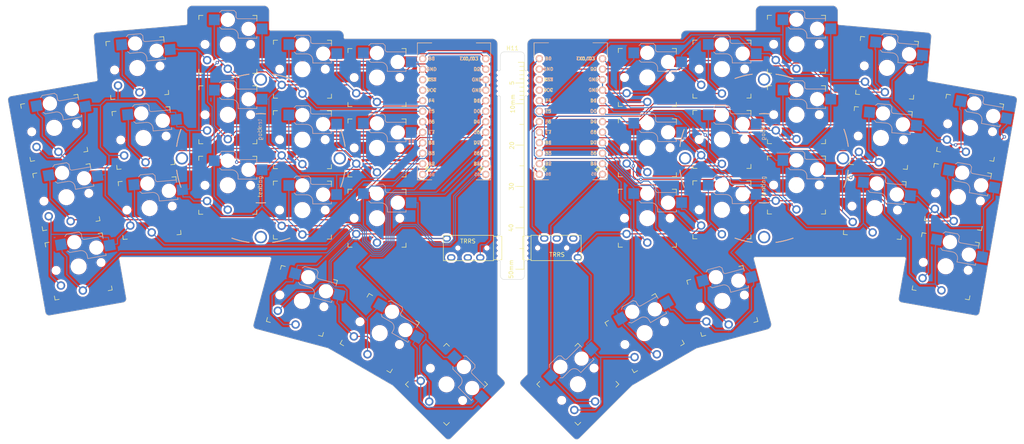
<source format=kicad_pcb>
(kicad_pcb (version 20221018) (generator pcbnew)
  (layers (0 "F.Cu" signal) (31 "B.Cu" signal) (34 "B.Paste" user) (35 "F.Paste" user) (36 "B.SilkS" user "B.Silkscreen") (37 "F.SilkS" user "F.Silkscreen") (38 "B.Mask" user) (39 "F.Mask" user) (44 "Edge.Cuts" user))
  (net 0 "")
  (net 1 "GND")
  (net 2 "GNDR")
  (net 3 "P1")
  (net 4 "P0")
  (net 5 "P2")
  (net 6 "P3")
  (net 7 "P4")
  (net 8 "P5")
  (net 9 "P6")
  (net 10 "P7")
  (net 11 "P8")
  (net 12 "P9")
  (net 13 "P10")
  (net 14 "P14")
  (net 15 "P16")
  (net 16 "P15")
  (net 17 "P18")
  (net 18 "P19")
  (net 19 "P20")
  (net 20 "P21")
  (net 21 "RAW")
  (net 22 "P0R")
  (net 23 "P1R")
  (net 24 "P2R")
  (net 25 "P3R")
  (net 26 "P4R")
  (net 27 "P5R")
  (net 28 "P6R")
  (net 29 "P7R")
  (net 30 "P8R")
  (net 31 "P9R")
  (net 32 "P10R")
  (net 33 "P16R")
  (net 34 "P14R")
  (net 35 "P15R")
  (net 36 "P18R")
  (net 37 "P19R")
  (net 38 "P20R")
  (net 39 "P21R")
  (net 40 "RAWR")
  (footprint "Beibob:Kailh_socket_PG1350_optional" (layer "F.Cu") (at 65.4359 75.6315 5)
    (fp_text reference "SW12")
    (fp_text value "SW_Push")
  )
  (footprint "Beibob:Kailh_socket_PG1350_optional" (layer "F.Cu") (at 137.1025 118.2285 -45)
    (fp_text reference "SW18")
    (fp_text value "SW_Push")
  )
  (footprint "Beibob:Kailh_socket_PG1350_optional" (layer "F.Cu") (at 185.575 44.07)
    (fp_text reference "SW19")
    (fp_text value "SW_Push")
  )
  (footprint "Beibob:Kailh_socket_PG1350_optional" (layer "F.Cu") (at 120.325 78.08)
    (fp_text reference "SW15")
    (fp_text value "SW_Push")
  )
  (footprint "Beibob:Kailh_socket_PG1350_optional" (layer "F.Cu") (at 263.492 56.2183 -10)
    (fp_text reference "SW23")
    (fp_text value "SW_Push")
  )
  (footprint "Beibob:Kailh_socket_PG1350_optional" (layer "F.Cu") (at 260.5595 72.9461 -10)
    (fp_text reference "SW28")
    (fp_text value "SW_Push")
  )
  (footprint "Beibob:Kailh_socket_PG1350_optional" (layer "F.Cu") (at 102.34 42.07)
    (fp_text reference "SW4")
    (fp_text value "SW_Push")
  )
  (footprint "Beibob:Kailh_socket_PG1350_optional" (layer "F.Cu") (at 120.9801 105.8491 -30)
    (fp_text reference "SW17")
    (fp_text value "SW_Push")
  )
  (footprint "Beibob:Kailh_socket_PG1350_optional" (layer "F.Cu") (at 102.2031 98.0636 -15)
    (fp_text reference "SW16")
    (fp_text value "SW_Push" hide)
  )
  (footprint "Beibob:Kailh_socket_PG1350_optional" (layer "F.Cu") (at 240.474 75.6328 -5)
    (fp_text reference "SW32")
    (fp_text value "SW_Push")
  )
  (footprint "Keebio-Parts.pretty-master:TRRS-PJ-320A" (layer "F.Cu") (at 157.51 85.26 90)
    (fp_text reference "J2")
    (fp_text value "TRRS LEFT")
  )
  (footprint "Beibob:Kailh_socket_PG1350_optional" (layer "F.Cu") (at 185.585 61.06)
    (fp_text reference "SW24")
    (fp_text value "SW_Push")
  )
  (footprint "Beibob:Kailh_socket_PG1350_optional" (layer "F.Cu") (at 184.9301 105.8491 30)
    (fp_text reference "SW35")
    (fp_text value "SW_Push")
  )
  (footprint "Beibob:Tenting_Pucksmol" (layer "F.Cu") (at 92.29 63.6)
    (fp_text reference "puck2")
    (fp_text value "Hole")
  )
  (footprint "Beibob:Tenting_Pucksmol" (layer "F.Cu") (at 213.76 63.6)
    (fp_text reference "puck1")
    (fp_text value "Hole")
  )
  (footprint "Beibob:Kailh_socket_PG1350_optional" (layer "F.Cu") (at 84.325 36.08)
    (fp_text reference "SW3")
    (fp_text value "SW_Push")
  )
  (footprint "Keebio-Parts.pretty-master:breakaway-mousebites" (layer "F.Cu") (at 156.0212 85.29 -90)
    (fp_text reference "H2" hide)
    (fp_text value "Mousebites" hide)
  )
  (footprint "Beibob:Kailh_socket_PG1350_optional" (layer "F.Cu") (at 243.434 41.7428 -5)
    (fp_text reference "SW22")
    (fp_text value "SW_Push")
  )
  (footprint "Beibob:Kailh_socket_PG1350_optional" (layer "F.Cu") (at 168.8081 118.1981 45)
    (fp_text reference "SW34")
    (fp_text value "SW_Push")
  )
  (footprint "Beibob:Kailh_socket_PG1350_optional" (layer "F.Cu") (at 203.585 42.05)
    (fp_text reference "SW20")
    (fp_text value "SW_Push")
  )
  (footprint "Beibob:Kailh_socket_PG1350_optional" (layer "F.Cu") (at 203.575 76.05)
    (fp_text reference "SW30")
    (fp_text value "SW_Push")
  )
  (footprint "Beibob:Kailh_socket_PG1350_optional" (layer "F.Cu") (at 45.3532 72.9996 10)
    (fp_text reference "SW6")
    (fp_text value "SW_Push")
  )
  (footprint "Beibob:Kailh_socket_PG1350_optional" (layer "F.Cu") (at 120.325 61.1)
    (fp_text reference "SW10")
    (fp_text value "SW_Push")
  )
  (footprint "Beibob:Kailh_socket_PG1350_optional" (layer "F.Cu") (at 63.95 58.7 5)
    (fp_text reference "SW7")
    (fp_text value "SW_Push")
  )
  (footprint "Beibob:Kailh_socket_PG1350_optional" (layer "F.Cu") (at 241.954 58.6928 -5)
    (fp_text reference "SW27")
    (fp_text value "SW_Push")
  )
  (footprint "Beibob:Kailh_socket_PG1350_optional" (layer "F.Cu") (at 203.585 59.05)
    (fp_text reference "SW25")
    (fp_text value "SW_Push")
  )
  (footprint "Beibob:Kailh_socket_PG1350_optional" (layer "F.Cu") (at 84.305 70.12)
    (fp_text reference "SW13")
    (fp_text value "SW_Push")
  )
  (footprint "Beibob:Kailh_socket_PG1350_optional" (layer "F.Cu") (at 185.575 78.07)
    (fp_text reference "SW29")
    (fp_text value "SW_Push")
  )
  (footprint "Beibob:Kailh_socket_PG1350_optional" (layer "F.Cu") (at 48.3085 89.7409 10)
    (fp_text reference "SW11")
    (fp_text value "SW_Push")
  )
  (footprint "Beibob:Kailh_socket_PG1350_optional" (layer "F.Cu") (at 42.4132 56.2396 10)
    (fp_text reference "SW1")
    (fp_text value "SW_Push")
  )
  (footprint "Beibob:Kailh_socket_PG1350_optional" (layer "F.Cu") (at 62.47 41.79 5)
    (fp_text reference "SW2")
    (fp_text value "SW_Push")
  )
  (footprint "Keebio-Parts.pretty-master:breakaway-mousebites" (layer "F.Cu") (at 149.5212 45.48 -90)
    (fp_text reference "H10" hide)
    (fp_text value "Mousebites" hide)
  )
  (footprint "Beibob:Kailh_socket_PG1350_optional" (layer "F.Cu") (at 102.315 59.1)
    (fp_text reference "SW9")
    (fp_text value "SW_Push")
  )
  (footprint "Keebio-Parts.pretty-master:TRRS-PJ-320A" (layer "F.Cu") (at 148.45 85.28 -90)
    (fp_text reference "J1")
    (fp_text value "TRRS LEFT")
  )
  (footprint "Keebio-Parts.pretty-master:breakaway-mousebites" (layer "F.Cu") (at 156.03 45.47 -90)
    (fp_text reference "H9" hide)
    (fp_text value "Mousebites" hide)
  )
  (footprint "Beibob:Kailh_socket_PG1350_optional" (layer "F.Cu") (at 203.683 98.071 15)
    (fp_text reference "SW36")
    (fp_text value "SW_Push")
  )
  (footprint "Keebio-Parts.pretty-master:breakaway-mousebites" (layer "F.Cu") (at 149.52 85.28 -90)
    (fp_text reference "H1" hide)
    (fp_text value "Mousebites" hide)
  )
  (footprint "Beibob:Kailh_socket_PG1350_optional" (layer "F.Cu") (at 120.32 44.09)
    (fp_text reference "SW5")
    (fp_text value "SW_Push")
  )
  (footprint "Calibration_Scale:Gauge_50mm_Type1_SilkScreenTop" (layer "F.Cu") (at 155.792 40.41 -90)
    (fp_text reference "H12")
    (fp_text value "Ruler")
  )
  (footprint "Beibob:Kailh_socket_PG1350_optional" (layer "F.Cu") (at 257.5995 89.6961 -10)
    (fp_text reference "SW33")
    (fp_text value "SW_Push")
  )
  (footprint "Beibob:Kailh_socket_PG1350_optional" (layer "F.Cu") (at 102.32 76.11)
    (fp_text reference "SW14")
    (fp_text value "SW_Push")
  )
  (footprint "Beibob:Kailh_socket_PG1350_optional" (layer "F.Cu") (at 221.575 70.06)
    (fp_text reference "SW31")
    (fp_text value "SW_Push")
  )
  (footprint "MountingHole:MountingHole_2.7mm_M2.5_DIN965" (layer "F.Cu") (at 153.02 40.36)
    (fp_text reference "H11")
    (fp_text value "M3 MountingHole")
  )
  (footprint "Beibob:Kailh_socket_PG1350_optional" (layer "F.Cu") (at 84.325 53.08)
    (fp_text reference "SW8")
    (fp_text value "SW_Push")
  )
  (footprint "Beibob:Kailh_socket_PG1350_optional" (layer "F.Cu") (at 221.585 53.06)
    (fp_text reference "SW26")
    (fp_text value "SW_Push")
  )
  (footprint "Beibob:Kailh_socket_PG1350_optional" (layer "F.Cu") (at 221.575 36.05)
    (fp_text reference "SW21")
    (fp_text value "SW_Push")
  )
  (footprint "Beibob:Elite-C" (layer "B.Cu") (at 138.97 53.51 -90)
    (fp_text reference "U1" hide)
    (fp_text value "Elite-C RIGHT" hide)
  )
  (footprint "Beibob:Elite-C" (layer "B.Cu") (at 167.14 53.4867 -90)
    (fp_text reference "U2" hide)
    (fp_text value "Elite-C LEFT" hide)
  )
  (gr_curve (pts (xy 155.928481 91.996393) (xy 155.928481 91.996393) (xy 155.928481 88.648534) (xy 155.928481 88.648534)) (stroke (width 0.09)) (layer "Edge.Cuts"))
  (gr_curve (pts (xy 195.007436 32.735012) (xy 194.322599 32.735012) (xy 193.767428 33.290182) (xy 193.767428 33.97502)) (stroke (width 0.09)) (layer "Edge.Cuts"))
  (gr_curve (pts (xy 94.287605 27.974266) (xy 94.287605 27.289429) (xy 93.732434 26.734258) (xy 93.047597 26.734258)) (stroke (width 0.09)) (layer "Edge.Cuts"))
  (gr_curve (pts (xy 156.53943 115.905001) (xy 156.53943 115.905001) (xy 155.17 117.271152) (xy 155.17 117.271152)) (stroke (width 0.09)) (layer "Edge.Cuts"))
  (gr_curve (pts (xy 209.109731 106.380904) (xy 209.109731 106.380904) (xy 210.25979 106.07752) (xy 210.25979 106.07752)) (stroke (width 0.09)) (layer "Edge.Cuts"))
  (gr_curve (pts (xy 149.767196 82.289718) (xy 149.569443 82.289718) (xy 149.409133 82.129407) (xy 149.409133 81.931654)) (stroke (width 0.09)) (layer "Edge.Cuts"))
  (gr_curve (pts (xy 156.644608 115.651509) (xy 156.644608 115.746622) (xy 156.606766 115.837827) (xy 156.53943 115.905001)) (stroke (width 0.09)) (layer "Edge.Cuts"))
  (gr_curve (pts (xy 211.62963 87.475555) (xy 211.62963 87.475555) (xy 247.604965 87.475555) (xy 247.604965 87.475555)) (stroke (width 0.09)) (layer "Edge.Cuts"))
  (gr_curve (pts (xy 150.125282 91.996393) (xy 150.125282 92.486396) (xy 150.522508 92.883623) (xy 151.012512 92.883623)) (stroke (width 0.09)) (layer "Edge.Cuts"))
  (gr_curve (pts (xy 149.409133 115.647978) (xy 149.409133 115.647978) (xy 149.409133 88.648534) (xy 149.409133 88.648534)) (stroke (width 0.09)) (layer "Edge.Cuts"))
  (gr_curve (pts (xy 31.426132 48.96279) (xy 31.288565 49.156813) (xy 31.239171 49.389659) (xy 31.281502 49.618951)) (stroke (width 0.09)) (layer "Edge.Cuts"))
  (gr_curve (pts (xy 74.525008 31.016933) (xy 74.525008 31.202603) (xy 74.383086 31.357471) (xy 74.198121 31.373637)) (stroke (width 0.09)) (layer "Edge.Cuts"))
  (gr_curve (pts (xy 197.460297 109.523759) (xy 198.358676 109.243037) (xy 204.802859 107.528935) (xy 209.109731 106.380904)) (stroke (width 0.09)) (layer "Edge.Cuts"))
  (gr_curve (pts (xy 156.286544 48.475955) (xy 156.286544 48.475955) (xy 156.286545 48.475955) (xy 156.286545 48.475955)) (stroke (width 0.09)) (layer "Edge.Cuts"))
  (gr_curve (pts (xy 173.422719 126.96901) (xy 173.422719 126.96901) (xy 173.595576 126.796152) (xy 173.595576 126.796152)) (stroke (width 0.09)) (layer "Edge.Cuts"))
  (gr_curve (pts (xy 155.04125 92.883623) (xy 155.531254 92.883623) (xy 155.928481 92.486396) (xy 155.928481 91.996393)) (stroke (width 0.09)) (layer "Edge.Cuts"))
  (gr_curve (pts (xy 193.767428 33.97502) (xy 193.767428 33.97502) (xy 193.767428 34.377214) (xy 193.767428 34.377214)) (stroke (width 0.09)) (layer "Edge.Cuts"))
  (gr_curve (pts (xy 94.42769 87.475555) (xy 94.663147 87.475555) (xy 94.834512 87.698914) (xy 94.77354 87.92634)) (stroke (width 0.09)) (layer "Edge.Cuts"))
  (gr_curve (pts (xy 149.767196 48.475955) (xy 149.767196 48.475955) (xy 149.767218 48.475955) (xy 149.767218 48.475955)) (stroke (width 0.09)) (layer "Edge.Cuts"))
  (gr_curve (pts (xy 156.286544 42.475201) (xy 156.088791 42.475201) (xy 155.928481 42.314891) (xy 155.928481 42.117138)) (stroke (width 0.09)) (layer "Edge.Cuts"))
  (gr_curve (pts (xy 169.065922 131.318766) (xy 169.192916 131.216468) (xy 169.845568 130.567348) (xy 173.422719 126.96901)) (stroke (width 0.09)) (layer "Edge.Cuts"))
  (gr_curve (pts (xy 31.281502 49.618951) (xy 31.281502 49.618951) (xy 40.312605 100.835248) (xy 40.312605 100.835248)) (stroke (width 0.09)) (layer "Edge.Cuts"))
  (gr_curve (pts (xy 93.047597 26.734258) (xy 93.047597 26.734258) (xy 75.765016 26.734258) (xy 75.765016 26.734258)) (stroke (width 0.09)) (layer "Edge.Cuts"))
  (gr_curve (pts (xy 94.77354 87.92634) (xy 94.77354 87.92634) (xy 90.530534 103.752705) (xy 90.530534 103.752705)) (stroke (width 0.09)) (layer "Edge.Cuts"))
  (gr_curve (pts (xy 58.452281 87.475555) (xy 58.452281 87.475555) (xy 94.42769 87.475555) (xy 94.42769 87.475555)) (stroke (width 0.09)) (layer "Edge.Cuts"))
  (gr_curve (pts (xy 253.891343 33.560521) (xy 253.736119 33.37707) (xy 253.52093 33.264179) (xy 253.291616 33.246544)) (stroke (width 0.09)) (layer "Edge.Cuts"))
  (gr_curve (pts (xy 52.769187 33.246544) (xy 52.536363 33.264179) (xy 52.321174 33.37707) (xy 52.165951 33.560521)) (stroke (width 0.09)) (layer "Edge.Cuts"))
  (gr_curve (pts (xy 94.287605 32.376948) (xy 94.287605 32.376948) (xy 94.287605 27.974266) (xy 94.287605 27.974266)) (stroke (width 0.09)) (layer "Edge.Cuts"))
  (gr_curve (pts (xy 156.286544 82.289718) (xy 156.088791 82.289718) (xy 155.928481 82.129407) (xy 155.928481 81.931654)) (stroke (width 0.09)) (layer "Edge.Cuts"))
  (gr_curve (pts (xy 156.286545 42.475201) (xy 156.286545 42.475201) (xy 156.286544 42.475201) (xy 156.286544 42.475201)) (stroke (width 0.09)) (layer "Edge.Cuts"))
  (gr_curve (pts (xy 211.411604 32.735012) (xy 211.411604 32.735012) (xy 195.007436 32.735012) (xy 195.007436 32.735012)) (stroke (width 0.09)) (layer "Edge.Cuts"))
  (gr_curve (pts (xy 210.25979 106.07752) (xy 212.898711 105.374986) (xy 214.048326 105.068957) (xy 214.56596 104.927211)) (stroke (width 0.09)) (layer "Edge.Cuts"))
  (gr_curve (pts (xy 155.928481 81.931654) (xy 155.928481 81.931654) (xy 155.928481 48.834018) (xy 155.928481 48.834018)) (stroke (width 0.09)) (layer "Edge.Cuts"))
  (gr_curve (pts (xy 231.857881 31.373606) (xy 231.672949 31.3574) (xy 231.532285 31.202655) (xy 231.532285 31.017015)) (stroke (width 0.09)) (layer "Edge.Cuts"))
  (gr_curve (pts (xy 74.525008 27.974266) (xy 74.525008 27.974266) (xy 74.525008 31.016933) (xy 74.525008 31.016933)) (stroke (width 0.09)) (layer "Edge.Cuts"))
  (gr_curve (pts (xy 155.17 117.271152) (xy 154.827816 117.616868) (xy 154.827816 118.174263) (xy 155.17 118.52)) (stroke (width 0.09)) (layer "Edge.Cuts"))
  (gr_curve (pts (xy 211.283785 87.926359) (xy 211.222799 87.698929) (xy 211.394165 87.475555) (xy 211.62963 87.475555)) (stroke (width 0.09)) (layer "Edge.Cuts"))
  (gr_curve (pts (xy 149.767196 88.290471) (xy 149.767196 88.290471) (xy 149.767218 88.290471) (xy 149.767218 88.290471)) (stroke (width 0.09)) (layer "Edge.Cuts"))
  (gr_curve (pts (xy 173.595576 126.796152) (xy 176.661339 123.713016) (xy 181.251138 119.09895) (xy 181.927187 118.489947)) (stroke (width 0.09)) (layer "Edge.Cuts"))
  (gr_curve (pts (xy 51.964865 34.202579) (xy 51.964865 34.202579) (xy 52.874604 44.586009) (xy 52.874604 44.586009)) (stroke (width 0.09)) (layer "Edge.Cuts"))
  (gr_curve (pts (xy 168.522652 131.505749) (xy 168.720206 131.505749) (xy 168.907167 131.44223) (xy 169.065922 131.318766)) (stroke (width 0.09)) (layer "Edge.Cuts"))
  (gr_curve (pts (xy 150.125282 48.834018) (xy 150.125282 48.834018) (xy 150.125282 81.931654) (xy 150.125282 81.931654)) (stroke (width 0.09)) (layer "Edge.Cuts"))
  (gr_curve (pts (xy 167.898228 131.248206) (xy 168.067554 131.414023) (xy 168.286275 131.505749) (xy 168.522652 131.505749)) (stroke (width 0.09)) (layer "Edge.Cuts"))
  (gr_curve (pts (xy 52.580079 44.969886) (xy 52.580079 44.969886) (xy 31.99412 48.59944) (xy 31.99412 48.59944)) (stroke (width 0.09)) (layer "Edge.Cuts"))
  (gr_curve (pts (xy 264.732197 101.551376) (xy 264.961511 101.586666) (xy 265.194335 101.533741) (xy 265.381317 101.403215)) (stroke (width 0.09)) (layer "Edge.Cuts"))
  (gr_curve (pts (xy 253.182666 44.586158) (xy 253.182666 44.586158) (xy 254.092428 34.206111) (xy 254.092428 34.206111)) (stroke (width 0.09)) (layer "Edge.Cuts"))
  (gr_curve (pts (xy 136.987841 131.315235) (xy 137.139533 131.43872) (xy 137.333556 131.505749) (xy 137.534642 131.505749)) (stroke (width 0.09)) (layer "Edge.Cuts"))
  (gr_curve (pts (xy 59.630719 98.058888) (xy 59.764777 97.864843) (xy 59.817702 97.63202) (xy 59.77537 97.402705)) (stroke (width 0.09)) (layer "Edge.Cuts"))
  (gr_curve (pts (xy 149.767218 42.475201) (xy 149.767218 42.475201) (xy 149.767196 42.475201) (xy 149.767196 42.475201)) (stroke (width 0.09)) (layer "Edge.Cuts"))
  (gr_curve (pts (xy 124.133942 118.500876) (xy 124.956864 119.253224) (xy 130.963919 125.28794) (xy 132.973228 127.307685)) (stroke (width 0.09)) (layer "Edge.Cuts"))
  (gr_curve (pts (xy 155.928481 48.834018) (xy 155.928481 48.636265) (xy 156.088791 48.475955) (xy 156.286544 48.475955)) (stroke (width 0.09)) (layer "Edge.Cuts"))
  (gr_curve (pts (xy 150.125282 38.769279) (xy 150.125282 38.769279) (xy 150.125282 42.117138) (xy 150.125282 42.117138)) (stroke (width 0.09)) (layer "Edge.Cuts"))
  (gr_curve (pts (xy 149.767196 42.475201) (xy 149.569443 42.475201) (xy 149.409133 42.314891) (xy 149.409133 42.117138)) (stroke (width 0.09)) (layer "Edge.Cuts"))
  (gr_curve (pts (xy 90.530534 103.752705) (xy 90.410581 104.218375) (xy 90.689289 104.701679) (xy 91.154958 104.832205)) (stroke (width 0.09)) (layer "Edge.Cuts"))
  (gr_curve (pts (xy 149.409133 81.931654) (xy 149.409133 81.931654) (xy 149.409133 48.834018) (xy 149.409133 48.834018)) (stroke (width 0.09)) (layer "Edge.Cuts"))
  (gr_curve (pts (xy 40.675976 101.403215) (xy 40.862937 101.533741) (xy 41.095783 101.586666) (xy 41.332138 101.547844)) (stroke (width 0.09)) (layer "Edge.Cuts"))
  (gr_curve (pts (xy 247.562508 32.745606) (xy 242.249796 32.282452) (xy 235.030295 31.651607) (xy 231.857881 31.373606)) (stroke (width 0.09)) (layer "Edge.Cuts"))
  (gr_curve (pts (xy 181.985551 118.448215) (xy 181.985551 118.448215) (xy 197.391376 109.554572) (xy 197.391376 109.554572)) (stroke (width 0.09)) (layer "Edge.Cuts"))
  (gr_curve (pts (xy 31.99412 48.59944) (xy 31.761275 48.63824) (xy 31.560189 48.768766) (xy 31.426132 48.96279)) (stroke (width 0.09)) (layer "Edge.Cuts"))
  (gr_curve (pts (xy 149.409133 48.834018) (xy 149.409133 48.636265) (xy 149.569443 48.475955) (xy 149.767196 48.475955)) (stroke (width 0.09)) (layer "Edge.Cuts"))
  (gr_curve (pts (xy 149.51431 115.90147) (xy 149.446975 115.834296) (xy 149.409133 115.743091) (xy 149.409133 115.647978)) (stroke (width 0.09)) (layer "Edge.Cuts"))
  (gr_curve (pts (xy 246.998051 98.422238) (xy 246.998051 98.422238) (xy 264.732197 101.551376) (xy 264.732197 101.551376)) (stroke (width 0.09)) (layer "Edge.Cuts"))
  (gr_curve (pts (xy 156.644608 88.648534) (xy 156.644608 88.648534) (xy 156.644608 115.651509) (xy 156.644608 115.651509)) (stroke (width 0.09)) (layer "Edge.Cuts"))
  (gr_curve (pts (xy 155.928481 42.117138) (xy 155.928481 42.117138) (xy 155.928481 38.769279) (xy 155.928481 38.769279)) (stroke (width 0.09)) (layer "Edge.Cuts"))
  (gr_curve (pts (xy 155.04125 37.882049) (xy 155.04125 37.882049) (xy 151.012512 37.882049) (xy 151.012512 37.882049)) (stroke (width 0.09)) (layer "Edge.Cuts"))
  (gr_curve (pts (xy 265.744667 100.831717) (xy 266.362028 97.325105) (xy 267.201641 92.562605) (xy 268.087117 87.542562)) (stroke (width 0.09)) (layer "Edge.Cuts"))
  (gr_curve (pts (xy 156.644608 35.975285) (xy 156.644608 35.975285) (xy 156.644608 42.117138) (xy 156.644608 42.117138)) (stroke (width 0.09)) (layer "Edge.Cuts"))
  (gr_curve (pts (xy 138.159066 131.248206) (xy 138.159066 131.248206) (xy 150.887272 118.52) (xy 150.887272 118.52)) (stroke (width 0.09)) (layer "Edge.Cuts"))
  (gr_curve (pts (xy 112.644397 34.735277) (xy 112.446644 34.735277) (xy 112.286334 34.574967) (xy 112.286334 34.377214)) (stroke (width 0.09)) (layer "Edge.Cuts"))
  (gr_curve (pts (xy 75.765016 26.734258) (xy 75.080179 26.734258) (xy 74.525008 27.289429) (xy 74.525008 27.974266)) (stroke (width 0.09)) (layer "Edge.Cuts"))
  (gr_curve (pts (xy 108.439415 109.461352) (xy 108.463961 109.467926) (xy 108.48487 109.475394) (xy 108.507473 109.487006)) (stroke (width 0.09)) (layer "Edge.Cuts"))
  (gr_curve (pts (xy 132.973228 127.307685) (xy 136.663291 131.015382) (xy 136.892584 131.241165) (xy 136.987841 131.315235)) (stroke (width 0.09)) (layer "Edge.Cuts"))
  (gr_curve (pts (xy 213.009675 26.734258) (xy 212.324838 26.734258) (xy 211.769667 27.289429) (xy 211.769667 27.974266)) (stroke (width 0.09)) (layer "Edge.Cuts"))
  (gr_curve (pts (xy 112.286334 33.97502) (xy 112.286334 33.290182) (xy 111.731163 32.735012) (xy 111.046326 32.735012)) (stroke (width 0.09)) (layer "Edge.Cuts"))
  (gr_curve (pts (xy 58.099654 87.895774) (xy 58.061011 87.676539) (xy 58.229667 87.475555) (xy 58.452281 87.475555)) (stroke (width 0.09)) (layer "Edge.Cuts"))
  (gr_curve (pts (xy 40.312605 100.835248) (xy 40.351427 101.068072) (xy 40.481953 101.269158) (xy 40.675976 101.403215)) (stroke (width 0.09)) (layer "Edge.Cuts"))
  (gr_curve (pts (xy 274.77226 49.618951) (xy 274.814592 49.389659) (xy 274.761666 49.156813) (xy 274.627609 48.96279)) (stroke (width 0.09)) (layer "Edge.Cuts"))
  (gr_curve (pts (xy 150.887272 118.52) (xy 151.229478 118.174263) (xy 151.229478 117.616868) (xy 150.887272 117.271152)) (stroke (width 0.09)) (layer "Edge.Cuts"))
  (gr_curve (pts (xy 211.769667 32.376948) (xy 211.769667 32.574701) (xy 211.609357 32.735012) (xy 211.411604 32.735012)) (stroke (width 0.09)) (layer "Edge.Cuts"))
  (gr_curve (pts (xy 52.165951 33.560521) (xy 52.01779 33.740441) (xy 51.943699 33.976797) (xy 51.964865 34.202579)) (stroke (width 0.09)) (layer "Edge.Cuts"))
  (gr_curve (pts (xy 149.409133 88.648534) (xy 149.409133 88.450781) (xy 149.569443 88.290471) (xy 149.767196 88.290471)) (stroke (width 0.09)) (layer "Edge.Cuts"))
  (gr_curve (pts (xy 193.767428 34.377214) (xy 193.767428 34.574967) (xy 193.607118 34.735277) (xy 193.409365 34.735277)) (stroke (width 0.09)) (layer "Edge.Cuts"))
  (gr_curve (pts (xy 156.644608 42.117138) (xy 156.644608 42.314891) (xy 156.484298 42.475201) (xy 156.286545 42.475201)) (stroke (width 0.09)) (layer "Edge.Cuts"))
  (gr_curve (pts (xy 59.062752 98.422238) (xy 59.295576 98.383438) (xy 59.496662 98.252912) (xy 59.630719 98.058888)) (stroke (width 0.09)) (layer "Edge.Cuts"))
  (gr_curve (pts (xy 156.286544 88.290471) (xy 156.286544 88.290471) (xy 156.286545 88.290471) (xy 156.286545 88.290471)) (stroke (width 0.09)) (layer "Edge.Cuts"))
  (gr_curve (pts (xy 211.769667 27.974266) (xy 211.769667 27.974266) (xy 211.769667 32.376948) (xy 211.769667 32.376948)) (stroke (width 0.09)) (layer "Edge.Cuts"))
  (gr_curve (pts (xy 155.17 118.52) (xy 155.17 118.52) (xy 167.898228 131.248206) (xy 167.898228 131.248206)) (stroke (width 0.09)) (layer "Edge.Cuts"))
  (gr_curve (pts (xy 246.426553 98.058888) (xy 246.56061 98.252912) (xy 246.761696 98.383438) (xy 246.998051 98.422238)) (stroke (width 0.09)) (layer "Edge.Cuts"))
  (gr_curve (pts (xy 274.056111 48.59944) (xy 271.489412 48.145274) (xy 257.936327 45.758255) (xy 253.475181 44.969692)) (stroke (width 0.09)) (layer "Edge.Cuts"))
  (gr_curve (pts (xy 91.154958 104.832205) (xy 91.154958 104.832205) (xy 108.439415 109.461352) (xy 108.439415 109.461352)) (stroke (width 0.09)) (layer "Edge.Cuts"))
  (gr_curve (pts (xy 52.874604 44.586009) (xy 52.890809 44.770978) (xy 52.762935 44.937646) (xy 52.580079 44.969886)) (stroke (width 0.09)) (layer "Edge.Cuts"))
  (gr_curve (pts (xy 151.012512 37.882049) (xy 150.522508 37.882049) (xy 150.125282 38.279276) (xy 150.125282 38.769279)) (stroke (width 0.09)) (layer "Edge.Cuts"))
  (gr_curve (pts (xy 214.56596 104.927211) (xy 215.224839 104.746789) (xy 215.612269 104.068088) (xy 215.435334 103.408264)) (stroke (width 0.09)) (layer "Edge.Cuts"))
  (gr_curve (pts (xy 94.645668 32.735012) (xy 94.447915 32.735012) (xy 94.287605 32.574701) (xy 94.287605 32.376948)) (stroke (width 0.09)) (layer "Edge.Cuts"))
  (gr_curve (pts (xy 150.125282 42.117138) (xy 150.125282 42.314891) (xy 149.964971 42.475201) (xy 149.767218 42.475201)) (stroke (width 0.09)) (layer "Edge.Cuts"))
  (gr_curve (pts (xy 265.381317 101.403215) (xy 265.575341 101.269158) (xy 265.705867 101.068072) (xy 265.744667 100.831717)) (stroke (width 0.09)) (layer "Edge.Cuts"))
  (gr_curve (pts (xy 118.671625 115.330875) (xy 118.671625 115.330875) (xy 119.137272 115.598989) (xy 119.137272 115.598989)) (stroke (width 0.09)) (layer "Edge.Cuts"))
  (gr_curve (pts (xy 156.286545 82.289718) (xy 156.286545 82.289718) (xy 156.286544 82.289718) (xy 156.286544 82.289718)) (stroke (width 0.09)) (layer "Edge.Cuts"))
  (gr_curve (pts (xy 108.507473 109.487006) (xy 109.303771 109.89607) (xy 114.918709 113.153562) (xy 118.671625 115.330875)) (stroke (width 0.09)) (layer "Edge.Cuts"))
  (gr_curve (pts (xy 253.475181 44.969692) (xy 253.29239 44.937382) (xy 253.166459 44.771074) (xy 253.182666 44.586158)) (stroke (width 0.09)) (layer "Edge.Cuts"))
  (gr_curve (pts (xy 124.068948 118.454645) (xy 124.093483 118.4682) (xy 124.113255 118.481962) (xy 124.133942 118.500876)) (stroke (width 0.09)) (layer "Edge.Cuts"))
  (gr_curve (pts (xy 246.281923 97.399174) (xy 246.239592 97.63202) (xy 246.292495 97.864843) (xy 246.426553 98.058888)) (stroke (width 0.09)) (layer "Edge.Cuts"))
  (gr_curve (pts (xy 156.644608 81.931654) (xy 156.644608 82.129407) (xy 156.484298 82.289718) (xy 156.286545 82.289718)) (stroke (width 0.09)) (layer "Edge.Cuts"))
  (gr_curve (pts (xy 271.819512 66.361792) (xy 271.819512 66.361792) (xy 274.77226 49.618951) (xy 274.77226 49.618951)) (stroke (width 0.09)) (layer "Edge.Cuts"))
  (gr_curve (pts (xy 149.767218 48.475955) (xy 149.964971 48.475955) (xy 150.125282 48.636265) (xy 150.125282 48.834018)) (stroke (width 0.09)) (layer "Edge.Cuts"))
  (gr_curve (pts (xy 247.957589 87.895794) (xy 247.957589 87.895794) (xy 246.281923 97.399174) (xy 246.281923 97.399174)) (stroke (width 0.09)) (layer "Edge.Cuts"))
  (gr_curve (pts (xy 150.125282 81.931654) (xy 150.125282 82.129407) (xy 149.964971 82.289718) (xy 149.767218 82.289718)) (stroke (width 0.09)) (layer "Edge.Cuts"))
  (gr_curve (pts (xy 112.286334 34.377214) (xy 112.286334 34.377214) (xy 112.286334 33.97502) (xy 112.286334 33.97502)) (stroke (width 0.09)) (layer "Edge.Cuts"))
  (gr_curve (pts (xy 74.198121 31.373637) (xy 74.198121 31.373637) (xy 52.769187 33.246544) (xy 52.769187 33.246544)) (stroke (width 0.09)) (layer "Edge.Cuts"))
  (gr_curve (pts (xy 247.604965 87.475555) (xy 247.827589 87.475555) (xy 247.996247 87.676553) (xy 247.957589 87.895794)) (stroke (width 0.09)) (layer "Edge.Cuts"))
  (gr_curve (pts (xy 215.435334 103.408264) (xy 215.435334 103.408264) (xy 211.283785 87.926359) (xy 211.283785 87.926359)) (stroke (width 0.09)) (layer "Edge.Cuts"))
  (gr_curve (pts (xy 149.409133 35.975285) (xy 149.409133 35.290448) (xy 148.853962 34.735277) (xy 148.169125 34.735277)) (stroke (width 0.09)) (layer "Edge.Cuts"))
  (gr_curve (pts (xy 119.137272 115.598989) (xy 122.464461 117.536411) (xy 123.65931 118.228336) (xy 124.068948 118.454645)) (stroke (width 0.09)) (layer "Edge.Cuts"))
  (gr_curve (pts (xy 156.286545 48.475955) (xy 156.484298 48.475955) (xy 156.644608 48.636265) (xy 156.644608 48.834018)) (stroke (width 0.09)) (layer "Edge.Cuts"))
  (gr_curve (pts (xy 111.046326 32.735012) (xy 111.046326 32.735012) (xy 94.645668 32.735012) (xy 94.645668 32.735012)) (stroke (width 0.09)) (layer "Edge.Cuts"))
  (gr_curve (pts (xy 231.532285 31.017015) (xy 231.532285 31.017015) (xy 231.532285 27.974266) (xy 231.532285 27.974266)) (stroke (width 0.09)) (layer "Edge.Cuts"))
  (gr_curve (pts (xy 253.291616 33.246544) (xy 253.291616 33.246544) (xy 247.562508 32.745606) (xy 247.562508 32.745606)) (stroke (width 0.09)) (layer "Edge.Cuts"))
  (gr_curve (pts (xy 137.534642 131.505749) (xy 137.770997 131.505749) (xy 137.989718 131.414023) (xy 138.159066 131.248206)) (stroke (width 0.09)) (layer "Edge.Cuts"))
  (gr_curve (pts (xy 181.927187 118.489947) (xy 181.94582 118.473162) (xy 181.963832 118.460753) (xy 181.985551 118.448215)) (stroke (width 0.09)) (layer "Edge.Cuts"))
  (gr_curve (pts (xy 157.884616 34.735277) (xy 157.199779 34.735277) (xy 156.644608 35.290448) (xy 156.644608 35.975285)) (stroke (width 0.09)) (layer "Edge.Cuts"))
  (gr_curve (pts (xy 149.767218 82.289718) (xy 149.767218 82.289718) (xy 149.767196 82.289718) (xy 149.767196 82.289718)) (stroke (width 0.09)) (layer "Edge.Cuts"))
  (gr_curve (pts (xy 148.169125 34.735277) (xy 148.169125 34.735277) (xy 112.644397 34.735277) (xy 112.644397 34.735277)) (stroke (width 0.09)) (layer "Edge.Cuts"))
  (gr_curve (pts (xy 231.532285 27.974266) (xy 231.532285 27.289429) (xy 230.977115 26.734258) (xy 230.292277 26.734258)) (stroke (width 0.09)) (layer "Edge.Cuts"))
  (gr_curve (pts (xy 149.409133 42.117138) (xy 149.409133 42.117138) (xy 149.409133 35.975285) (xy 149.409133 35.975285)) (stroke (width 0.09)) (layer "Edge.Cuts"))
  (gr_curve (pts (xy 197.391376 109.554572) (xy 197.41421 109.54139) (xy 197.435131 109.531623) (xy 197.460297 109.523759)) (stroke (width 0.09)) (layer "Edge.Cuts"))
  (gr_curve (pts (xy 59.77537 97.402705) (xy 59.77537 97.402705) (xy 58.099654 87.895774) (xy 58.099654 87.895774)) (stroke (width 0.09)) (layer "Edge.Cuts"))
  (gr_curve (pts (xy 268.087117 87.542562) (xy 269.434731 79.915508) (xy 270.884642 71.68875) (xy 271.819512 66.361792)) (stroke (width 0.09)) (layer "Edge.Cuts"))
  (gr_curve (pts (xy 155.928481 88.648534) (xy 155.928481 88.450781) (xy 156.088791 88.290471) (xy 156.286544 88.290471)) (stroke (width 0.09)) (layer "Edge.Cuts"))
  (gr_curve (pts (xy 155.928481 38.769279) (xy 155.928481 38.279276) (xy 155.531254 37.882049) (xy 155.04125 37.882049)) (stroke (width 0.09)) (layer "Edge.Cuts"))
  (gr_curve (pts (xy 274.627609 48.96279) (xy 274.493552 48.768766) (xy 274.292466 48.63824) (xy 274.056111 48.59944)) (stroke (width 0.09)) (layer "Edge.Cuts"))
  (gr_curve (pts (xy 150.887272 117.271152) (xy 150.887272 117.271152) (xy 149.51431 115.90147) (xy 149.51431 115.90147)) (stroke (width 0.09)) (layer "Edge.Cuts"))
  (gr_curve (pts (xy 230.292277 26.734258) (xy 230.292277 26.734258) (xy 213.009675 26.734258) (xy 213.009675 26.734258)) (stroke (width 0.09)) (layer "Edge.Cuts"))
  (gr_curve (pts (xy 254.092428 34.206111) (xy 254.113594 33.966203) (xy 254.043034 33.733379) (xy 253.891343 33.560521)) (stroke (width 0.09)) (layer "Edge.Cuts"))
  (gr_curve (pts (xy 41.332138 101.547844) (xy 41.332138 101.547844) (xy 59.062752 98.422238) (xy 59.062752 98.422238)) (stroke (width 0.09)) (layer "Edge.Cuts"))
  (gr_curve (pts (xy 151.012512 92.883623) (xy 151.012512 92.883623) (xy 155.04125 92.883623) (xy 155.04125 92.883623)) (stroke (width 0.09)) (layer "Edge.Cuts"))
  (gr_curve (pts (xy 156.286545 88.290471) (xy 156.484298 88.290471) (xy 156.644608 88.450781) (xy 156.644608 88.648534)) (stroke (width 0.09)) (layer "Edge.Cuts"))
  (gr_curve (pts (xy 156.644608 48.834018) (xy 156.644608 48.834018) (xy 156.644608 81.931654) (xy 156.644608 81.931654)) (stroke (width 0.09)) (layer "Edge.Cuts"))
  (gr_curve (pts (xy 150.125282 88.648534) (xy 150.125282 88.648534) (xy 150.125282 91.996393) (xy 150.125282 91.996393)) (stroke (width 0.09)) (layer "Edge.Cuts"))
  (gr_curve (pts (xy 149.767218 88.290471) (xy 149.964971 88.290471) (xy 150.125282 88.450781) (xy 150.125282 88.648534)) (stroke (width 0.09)) (layer "Edge.Cuts"))
  (gr_curve (pts (xy 193.409365 34.735277) (xy 193.409365 34.735277) (xy 157.884616 34.735277) (xy 157.884616 34.735277)) (stroke (width 0.09)) (layer "Edge.Cuts"))
  (segment (start 97.32 79.91) (end 113.355 79.91) (width 0.25) (layer "F.Cu") (net 1))
  (segment (start 137.15 82.98) (end 121.221 82.98) (width 0.25) (layer "F.Cu") (net 1))
  (segment (start 120.121 81.88) (end 115.325 81.88) (width 0.25) (layer "F.Cu") (net 1))
  (segment (start 128.784 117.38) (end 130.88 117.38) (width 0.25) (layer "F.Cu") (net 1))
  (segment (start 131.35 42.08) (end 125.54 47.89) (width 0.25) (layer "F.Cu") (net 1))
  (segment (start 113.355 79.91) (end 115.325 81.88) (width 0.25) (layer "F.Cu") (net 1))
  (segment (start 97.34 45.87) (end 113.3 45.87) (width 0.25) (layer "F.Cu") (net 1))
  (segment (start 125.54 47.89) (end 115.32 47.89) (width 0.25) (layer "F.Cu") (net 1))
  (segment (start 113.3 45.87) (end 115.32 47.89) (width 0.25) (layer "F.Cu") (net 1))
  (segment (start 118.044 106.64) (end 128.784 117.38) (width 0.25) (layer "F.Cu") (net 1))
  (segment (start 131.35 42.08) (end 133.89 44.62) (width 0.25) (layer "F.Cu") (net 1))
  (segment (start 121.221 82.98) (end 120.121 81.88) (width 0.25) (layer "F.Cu") (net 1))
  (segment (start 114.75 106.64) (end 118.044 106.64) (width 0.25) (layer "F.Cu") (net 1))
  (segment (start 133.89 44.62) (end 146.59 44.62) (width 0.25) (layer "F.Cu") (net 1))
  (segment (start 143.281 123.753) (end 132.369 123.753) (width 0.25) (layer "B.Cu") (net 1))
  (segment (start 49.9113 51.1096) (end 49.9113 57.4728) (width 0.25) (layer "B.Cu") (net 1))
  (segment (start 55.8066 84.6109) (end 57.6892 84.279) (width 0.25) (layer "B.Cu") (net 1))
  (segment (start 54.8397 49.5177) (end 57.8202 49.5177) (width 0.25) (layer "B.Cu") (net 1))
  (segment (start 77.3261 37.8811) (end 77.3261 56.88) (width 0.25) (layer "B.Cu") (net 1))
  (segment (start 92.58 75.17) (end 92.58 66.37) (width 0.25) (layer "B.Cu") (net 1))
  (segment (start 129.9406 106.88) (end 130.022 106.739) (width 0.25) (layer "B.Cu") (net 1))
  (segment (start 92.6 41.13) (end 97.34 45.87) (width 0.25) (layer "B.Cu") (net 1))
  (segment (start 97.315 62.9) (end 94.2051 66.0099) (width 0.25) (layer "B.Cu") (net 1))
  (segment (start 55.6349 65.086) (end 54.7339 65.987) (width 0.25) (layer "B.Cu") (net 1))
  (segment (start 130.225 74.33) (end 128.6 74.33) (width 0.25) (layer "B.Cu") (net 1))
  (segment (start 79.325 56.88) (end 77.3261 56.88) (width 0.25) (layer "B.Cu") (net 1))
  (segment (start 53.5796 50.7778) (end 53.5796 60.866) (width 0.25) (layer "B.Cu") (net 1))
  (segment (start 57.8202 49.5177) (end 67.1413 49.5177) (width 0.25) (layer "B.Cu") (net 1))
  (segment (start 120.874 68.3573) (end 118.782 68.3573) (width 0.25) (layer "B.Cu") (net 1))
  (segment (start 74.5036 56.88) (end 73.6272 56.0036) (width 0.25) (layer "B.Cu") (net 1))
  (segment (start 94.2251 48.9849) (end 94.2251 49.33) (width 0.25) (layer "B.Cu") (net 1))
  (segment (start 130.022 109.554) (end 128.991 108.524) (width 0.25) (layer "B.Cu") (net 1))
  (segment (start 76.7781 37.3331) (end 77.3261 37.8811) (width 0.25) (layer "B.Cu") (net 1))
  (segment (start 73.6272 56.0036) (end 72.0208 56.0036) (width 0.25) (layer "B.Cu") (net 1))
  (segment (start 104.835 95.8083) (end 106.743 93.9008) (width 0.25) (layer "B.Cu") (net 1))
  (segment (start 75.1131 71.0205) (end 73.3526 71.1746) (width 0.25) (layer "B.Cu") (net 1))
  (segment (start 111.167 96.2896) (end 111.167 96.5831) (width 0.25) (layer "B.Cu") (net 1))
  (segment (start 110.59 60.165) (end 115.325 64.9) (width 0.25) (layer "B.Cu") (net 1))
  (segment (start 108.778 93.9008) (end 108.778 88.4271) (width 0.25) (layer "B.Cu") (net 1))
  (segment (start 110.595 72.36) (end 110.595 67.5779) (width 0.25) (layer "B.Cu") (net 1))
  (segment (start 54.7339 65.987) (end 54.7339 67.5377) (width 0.25) (layer "B.Cu") (net 1))
  (segment (start 52.8513 67.8696) (end 54.7339 67.5377) (width 0.25) (layer "B.Cu") (net 1))
  (segment (start 41.6431 78.1642) (end 41.089 77.6101) (width 0.25) (layer "B.Cu") (net 1))
  (segment (start 130.0215 106.739) (end 130.0215 106.7991) (width 0.25) (layer "B.Cu") (net 1))
  (segment (start 94.2051 66.0099) (end 94.2051 66.37) (width 0.25) (layer "B.Cu") (net 1))
  (segment (start 92.6 32.33) (end 92.6 41.13) (width 0.25) (layer "B.Cu") (net 1))
  (segment (start 53.5796 50.7778) (end 51.7939 50.7778) (width 0.25) (layer "B.Cu") (net 1))
  (segment (start 130.022 116.521) (end 130.022 109.554) (width 0.25) (layer "B.Cu") (net 1))
  (segment (start 130.0215 106.7991) (end 129.9406 106.88) (width 0.25) (layer "B.Cu") (net 1))
  (segment (start 53.5796 50.7778) (end 54.8397 49.5177) (width 0.25) (layer "B.Cu") (net 1))
  (segment (start 77.3261 56.88) (end 75.1131 56.88) (width 0.25) (layer "B.Cu") (net 1))
  (segment (start 112.647 67.5779) (end 110.595 67.5779) (width 0.25) (layer "B.Cu") (net 1))
  (segment (start 40.7989 63.5) (end 38.149 60.8501) (width 0.25) (layer "B.Cu") (net 1))
  (segment (start 108.778 93.9008) (end 111.167 96.2896) (width 0.25) (layer "B.Cu") (net 1))
  (segment (start 75.1131 56.88) (end 74.5036 56.88) (width 0.25) (layer "B.Cu") (net 1))
  (segment (start 60.7861 78.6494) (end 60.7861 79.8528) (width 0.25) (layer "B.Cu") (net 1))
  (segment (start 101.993 67.5779) (end 110.595 67.5779) (width 0.25) (layer "B.Cu") (net 1))
  (segment (start 53.1684 81.9727) (end 53.924 82.7283) (width 0.25) (layer "B.Cu") (net 1))
  (segment (start 111.167 99.1069) (end 111.167 103.057) (width 0.25) (layer "B.Cu") (net 1))
  (segment (start 132.369 123.753) (end 130.88 122.264) (width 0.25) (layer "B.Cu") (net 1))
  (segment (start 49.9113 57.4728) (end 43.8842 63.5) (width 0.25) (layer "B.Cu") (net 1))
  (segment (start 51.7939 50.7778) (end 51.7939 50.7777) (width 0.25) (layer "B.Cu") (net 1))
  (segment (start 94.2251 59.8101) (end 94.2251 49.33) (width 0.25) (layer "B.Cu") (net 1))
  (segment (start 130.88 122.264) (end 130.88 117.38) (width 0.25) (layer "B.Cu") (net 1))
  (segment (start 111.167 103.057) (end 114.75 106.64) (width 0.25) (layer "B.Cu") (net 1))
  (segment (start 77.3261 37.8811) (end 79.325 39.88) (width 0.25) (layer "B.Cu") (net 1))
  (segment (start 130.88 117.38) (end 130.451 116.951) (width 0.25) (layer "B.Cu") (net 1))
  (segment (start 43.8842 63.5) (end 40.7989 63.5) (width 0.25) (layer "B.Cu") (net 1))
  (segment (start 82.8002 77.4152) (end 79.305 73.92) (width 0.25) (layer "B.Cu") (net 1))
  (segment (start 97.315 62.9) (end 94.2251 59.8101) (width 0.25) (layer "B.Cu") (net 1))
  (segment (start 145.6055 121.4285) (end 143.281 123.753) (width 0.25) (layer "B.Cu") (net 1))
  (segment (start 57.6892 82.9497) (end 60.7861 79.8528) (width 0.25) (layer "B.Cu") (net 1))
  (segment (start 128.595 40.34) (end 130.22 40.34) (width 0.25) (layer "B.Cu") (net 1))
  (segment (start 73.3526 71.1746) (end 73.5067 72.9351) (width 0.25) (layer "B.Cu") (net 1))
  (segment (start 130.225 79.4251) (end 130.225 74.33) (width 0.25) (layer "B.Cu") (net 1))
  (segment (start 130.22 40.9501) (end 131.35 42.08) (width 0.25) (layer "B.Cu") (net 1))
  (segment (start 70.1061 52.4825) (end 71.7126 52.4825) (width 0.25) (layer "B.Cu") (net 1))
  (segment (start 53.924 82.7283) (end 55.4747 82.7283) (width 0.25) (layer "B.Cu") (net 1))
  (segment (start 41.6431 81.9727) (end 41.6431 78.1642) (width 0.25) (layer "B.Cu") (net 1))
  (segment (start 94.2051 66.37) (end 92.58 66.37) (width 0.25) (layer "B.Cu") (net 1))
  (segment (start 128.6 57.35) (end 128.6 60.6315) (width 0.25) (layer "B.Cu") (net 1))
  (segment (start 118.782 68.3573) (end 115.325 64.9) (width 0.25) (layer "B.Cu") (net 1))
  (segment (start 51.7939 50.7777) (end 49.9113 51.1096) (width 0.25) (layer "B.Cu") (net 1))
  (segment (start 111.1667 96.5831) (end 111.167 96.5831) (width 0.25) (layer "B.Cu") (net 1))
  (segment (start 110.59 55.35) (end 110.59 60.165) (width 0.25) (layer "B.Cu") (net 1))
  (segment (start 41.6431 81.9727) (end 53.1684 81.9727) (width 0.25) (layer "B.Cu") (net 1))
  (segment (start 54.7339 72.5972) (end 60.7861 78.6494) (width 0.25) (layer "B.Cu") (net 1))
  (segment (start 96.39 100.44) (end 101.022 95.8083) (width 0.25) (layer "B.Cu") (net 1))
  (segment (start 90.3348 77.4152) (end 82.8002 77.4152) (width 0.25) (layer "B.Cu") (net 1))
  (segment (start 70.3867 37.3331) (end 72.1472 37.179) (width 0.25) (layer "B.Cu") (net 1))
  (segment (start 115.325 64.9) (end 112.647 67.5779) (width 0.25) (layer "B.Cu") (net 1))
  (segment (start 53.5796 60.866) (end 55.6349 62.9213) (width 0.25) (layer "B.Cu") (net 1))
  (segment (start 137.15 82.98) (end 133.78 82.98) (width 0.25) (layer "B.Cu") (net 1))
  (segment (start 54.7339 67.5377) (end 54.7339 72.5972) (width 0.25) (layer "B.Cu") (net 1))
  (segment (start 110.633 98.5736) (end 111.167 99.1069) (width 0.25) (layer "B.Cu") (net 1))
  (segment (start 67.1413 49.5177) (end 70.1061 52.4825) (width 0.25) (layer "B.Cu") (net 1))
  (segment (start 57.8202 46.0113) (end 57.8202 49.5177) (width 0.25) (layer "B.Cu") (net 1))
  (segment (start 76.098 73.92) (end 79.305 73.92) (width 0.25) (layer "B.Cu") (net 1))
  (segment (start 41.6431 91.9502) (end 41.6431 81.9727) (width 0.25) (layer "B.Cu") (net 1))
  (segment (start 57.6892 84.279) (end 57.6892 82.9497) (width 0.25) (layer "B.Cu") (net 1))
  (segment (start 75.1131 72.9351) (end 76.098 73.92) (width 0.25) (layer "B.Cu") (net 1))
  (segment (start 55.6349 62.9213) (end 55.6349 65.086) (width 0.25) (layer "B.Cu") (net 1))
  (segment (start 72.3013 37.3331) (end 76.7781 37.3331) (width 0.25) (layer "B.Cu") (net 1))
  (segment (start 55.4747 82.7283) (end 55.8066 84.6109) (width 0.25) (layer "B.Cu") (net 1))
  (segment (start 130.451 116.951) (end 130.022 116.521) (width 0.25) (layer "B.Cu") (net 1))
  (segment (start 111.167 96.5831) (end 110.633 98.5736) (width 0.25) (layer "B.Cu") (net 1))
  (segment (start 55.6349 62.9213) (end 59.3002 62.9213) (width 0.25) (layer "B.Cu") (net 1))
  (segment (start 92.6 49.33) (end 94.2251 49.33) (width 0.25) (layer "B.Cu") (net 1))
  (segment (start 72.0208 56.0036) (end 71.8667 54.2431) (width 0.25) (layer "B.Cu") (net 1))
  (segment (start 130.22 40.34) (end 130.22 40.9501) (width 0.25) (layer "B.Cu") (net 1))
  (segment (start 44.0443 94.3514) (end 41.6431 91.9502) (width 0.25) (layer "B.Cu") (net 1))
  (segment (start 92.58 75.17) (end 90.3348 77.4152) (width 0.25) (layer "B.Cu") (net 1))
  (segment (start 72.1472 37.179) (end 72.3013 37.3331) (width 0.25) (layer "B.Cu") (net 1))
  (segment (start 75.1131 56.88) (end 75.1131 71.0205) (width 0.25) (layer "B.Cu") (net 1))
  (segment (start 110.615 43.185) (end 110.615 38.32) (width 0.25) (layer "B.Cu") (net 1))
  (segment (start 106.743 93.9008) (end 108.778 93.9008) (width 0.25) (layer "B.Cu") (net 1))
  (segment (start 97.315 62.9) (end 101.993 67.5779) (width 0.25) (layer "B.Cu") (net 1))
  (segment (start 73.5067 72.9351) (end 75.1131 72.9351) (width 0.25) (layer "B.Cu") (net 1))
  (segment (start 108.778 88.4271) (end 115.325 81.88) (width 0.25) (layer "B.Cu") (net 1))
  (segment (start 101.022 95.8083) (end 104.835 95.8083) (width 0.25) (layer "B.Cu") (net 1))
  (segment (start 133.78 82.98) (end 130.225 79.4251) (width 0.25) (layer "B.Cu") (net 1))
  (segment (start 97.32 79.91) (end 92.58 75.17) (width 0.25) (layer "B.Cu") (net 1))
  (segment (start 115.32 47.89) (end 110.615 43.185) (width 0.25) (layer "B.Cu") (net 1))
  (segment (start 128.991 108.524) (end 129.9406 106.88) (width 0.25) (layer "B.Cu") (net 1))
  (segment (start 97.34 45.87) (end 94.2251 48.9849) (width 0.25) (layer "B.Cu") (net 1))
  (segment (start 146.59 47.16) (end 146.59 44.62) (width 0.25) (layer "B.Cu") (net 1))
  (segment (start 128.6 60.6315) (end 120.874 68.3573) (width 0.25) (layer "B.Cu") (net 1))
  (segment (start 71.7126 52.4825) (end 71.8667 54.2431) (width 0.25) (layer "B.Cu") (net 1))
  (segment (start 175.4933 47.87) (end 174.76 47.1367) (width 0.25) (layer "F.Cu") (net 2))
  (segment (start 260.006426 60.367421) (end 260.228462 60.145385) (width 0.25) (layer "F.Cu") (net 2))
  (segment (start 174.76 44.5967) (end 172.22 42.0567) (width 0.25) (layer "F.Cu") (net 2))
  (segment (start 180.575 47.87) (end 175.4933 47.87) (width 0.25) (layer "F.Cu") (net 2))
  (segment (start 216.575 73.86) (end 230.0392 73.86) (width 0.25) (layer "F.Cu") (net 2))
  (segment (start 260.228462 60.145385) (end 270.054615 60.145385) (width 0.25) (layer "F.Cu") (net 2))
  (segment (start 270.054615 60.145385) (end 271.78 58.42) (width 0.25) (layer "F.Cu") (net 2))
  (segment (start 196.555 81.87) (end 180.575 81.87) (width 0.25) (layer "F.Cu") (net 2))
  (segment (start 172.22 42.0567) (end 159.52 42.0567) (width 0.25) (layer "F.Cu") (net 2))
  (segment (start 230.0392 73.86) (end 235.1618 78.9826) (width 0.25) (layer "F.Cu") (net 2))
  (segment (start 198.575 79.85) (end 196.555 81.87) (width 0.25) (layer "F.Cu") (net 2))
  (via (at 271.78 58.42) (size 0.8) (drill 0.4) (layers "F.Cu" "B.Cu") (net 2))
  (via (at 260.006426 60.367421) (size 0.8) (drill 0.4) (layers "F.Cu" "B.Cu") (net 2))
  (segment (start 172.0077 107.3969) (end 172.0078 107.3969) (width 0.25) (layer "B.Cu") (net 2))
  (segment (start 210.7055 81.3945) (end 210.7055 75.0696) (width 0.25) (layer "B.Cu") (net 2))
  (segment (start 183.7132 67.9882) (end 180.585 64.86) (width 0.25) (layer "B.Cu") (net 2))
  (segment (start 210.7055 75.0696) (end 211.85 73.9251) (width 0.25) (layer "B.Cu") (net 2))
  (segment (start 198.2807 34.2642) (end 207.8242 34.2642) (width 0.25) (layer "B.Cu") (net 2))
  (segment (start 174.3279 111.64) (end 173.9527 111.64) (width 0.25) (layer "B.Cu") (net 2))
  (segment (start 266.7318 80.1211) (end 259.0001 80.1211) (width 0.25) (layer "B.Cu") (net 2))
  (segment (start 190.2215 98.464) (end 191.2518 100.2485) (width 0.25) (layer "B.Cu") (net 2))
  (segment (start 167.9596 124.4206) (end 172.8944 124.4206) (width 0.25) (layer "B.Cu") (net 2))
  (segment (start 199.8369 103.0356) (end 201.9443 105.143) (width 0.25) (layer "B.Cu") (net 2))
  (segment (start 193.85 74.32) (end 193.85 68.3682) (width 0.25) (layer "B.Cu") (net 2))
  (segment (start 254.4141 76.3816) (end 254.9756 75.8201) (width 0.25) (layer "B.Cu") (net 2))
  (segment (start 250.5243 55.6783) (end 252.2849 55.8324) (width 0.25) (layer "B.Cu") (net 2))
  (segment (start 238.1218 45.0926) (end 242.029 48.9998) (width 0.25) (layer "B.Cu") (net 2))
  (segment (start 229.86 55.6096) (end 224.5048 60.9648) (width 0.25) (layer "B.Cu") (net 2))
  (segment (start 206.2598 69.9293) (end 203.7671 67.4366) (width 0.25) (layer "B.Cu") (net 2))
  (segment (start 252.2849 55.8325) (end 255.5447 59.0923) (width 0.25) (layer "B.Cu") (net 2))
  (segment (start 168.81 87.56) (end 168.81 86.4349) (width 0.25) (layer "B.Cu") (net 2))
  (segment (start 210.7055 100.1979) (end 210.7055 94.8308) (width 0.25) (layer "B.Cu") (net 2))
  (segment (start 174.76 44.5967) (end 174.76 47.1367) (width 0.25) (layer "B.Cu") (net 2))
  (segment (start 172.0078 91.8829) (end 168.81 88.6851) (width 0.25) (layer "B.Cu") (net 2))
  (segment (start 193.85 67.585) (end 198.585 62.85) (width 0.25) (layer "B.Cu") (net 2))
  (segment (start 252.0156 92.5701) (end 253.4229 91.1628) (width 0.25) (layer "B.Cu") (net 2))
  (segment (start 193.85 74.7095) (end 193.85 74.32) (width 0.25) (layer "B.Cu") (net 2))
  (segment (start 170.8587 108.5459) (end 172.0077 107.3969) (width 0.25) (layer "B.Cu") (net 2))
  (segment (start 229.86 45.0926) (end 238.1218 45.0926) (width 0.25) (layer "B.Cu") (net 2))
  (segment (start 255.5447 59.0923) (end 257.9081 59.0923) (width 0.25) (layer "B.Cu") (net 2))
  (segment (start 210.7055 94.8308) (end 211.2388 94.2975) (width 0.25) (layer "B.Cu") (net 2))
  (segment (start 172.0078 109.6951) (end 170.8587 108.5459) (width 0.25) (layer "B.Cu") (net 2))
  (segment (start 216.575 39.85) (end 220.058 43.333) (width 0.25) (layer "B.Cu") (net 2))
  (segment (start 194.7931 103.0356) (end 199.8369 103.0356) (width 0.25) (layer "B.Cu") (net 2))
  (segment (start 232.6814 66.31) (end 232.6814 76.5022) (width 0.25) (layer "B.Cu") (net 2))
  (segment (start 229.86 48.8039) (end 229.86 49.31) (width 0.25) (layer "B.Cu") (net 2))
  (segment (start 266.7318 80.1211) (end 266.7318 75.7037) (width 0.25) (layer "B.Cu") (net 2))
  (segment (start 251.8502 40.4888) (end 250.2438 40.4888) (width 0.25) (layer "B.Cu") (net 2))
  (segment (start 193.85 40.7262) (end 193.85 41.1325) (width 0.25) (layer "B.Cu") (net 2))
  (segment (start 191.2519 100.2484) (end 192.0059 100.2484) (width 0.25) (layer "B.Cu") (net 2))
  (segment (start 191.2518 100.2485) (end 191.2519 100.2484) (width 0.25) (layer "B.Cu") (net 2))
  (segment (start 191.2764 42.1452) (end 185.5516 47.87) (width 0.25) (layer "B.Cu") (net 2))
  (segment (start 232.6814 76.5022) (end 235.1618 78.9826) (width 0.25) (layer "B.Cu") (net 2))
  (segment (start 229.85 32.3) (end 229.85 43.333) (width 0.25) (layer "B.Cu") (net 2))
  (segment (start 193.85 75.9451) (end 194.6701 75.9451) (width 0.25) (layer "B.Cu") (net 2))
  (segment (start 240.6708 66.3786) (end 242.8046 66.3786) (width 0.25) (layer "B.Cu") (net 2))
  (segment (start 192.0059 100.2484) (end 194.7931 103.0356) (width 0.25) (layer "B.Cu") (net 2))
  (segment (start 192.8373 42.1452) (end 191.2764 42.1452) (width 0.25) (layer "B.Cu") (net 2))
  (segment (start 269.36 70.69) (end 269.0281 72.5726) (width 0.25) (layer "B.Cu") (net 2))
  (segment (start 198.585 62.85) (end 194.6701 58.9351) (width 0.25) (layer "B.Cu") (net 2))
  (segment (start 244.6567 49.8107) (end 250.5243 55.6783) (width 0.25) (layer "B.Cu") (net 2))
  (segment (start 194.6701 75.9451) (end 198.575 79.85) (width 0.25) (layer "B.Cu") (net 2))
  (segment (start 229.86 45.0926) (end 229.86 47.6849) (width 0.25) (layer "B.Cu") (net 2))
  (segment (start 269.0282 73.4073) (end 269.0282 72.5726) (width 0.25) (layer "B.Cu") (net 2))
  (segment (start 203.7671 67.4366) (end 203.1716 67.4366) (width 0.25) (layer "B.Cu") (net 2))
  (segment (start 253.4229 77.3728) (end 254.4141 76.3816) (width 0.25) (layer "B.Cu") (net 2))
  (segment (start 194.6701 58.9351) (end 193.86 58.9351) (width 0.25) (layer "B.Cu") (net 2))
  (segment (start 211.85 72.3) (end 213.4751 72.3) (width 0.25) (layer "B.Cu") (net 2))
  (segment (start 193.85 38.6949) (end 198.2807 34.2642) (width 0.25) (layer "B.Cu") (net 2))
  (segment (start 229.85 45.0826) (end 229.86 45.0926) (width 0.25) (layer "B.Cu") (net 2))
  (segment (start 229.86 48.8039) (end 229.86 47.6849) (width 0.25) (layer "B.Cu") (net 2))
  (segment (start 173.3749 81.87) (end 168.81 86.4349) (width 0.25) (layer "B.Cu") (net 2))
  (segment (start 271.051198 56.676035) (end 271.051198 57.691198) (width 0.25) (layer "B.Cu") (net 2))
  (segment (start 174.3279 111.64) (end 182.5 111.64) (width 0.25) (layer "B.Cu") (net 2))
  (segment (start 208.9732 69.9293) (end 206.2598 69.9293) (width 0.25) (layer "B.Cu") (net 2))
  (segment (start 198.585 45.85) (end 194.6801 41.9451) (width 0.25) (layer "B.Cu") (net 2))
  (segment (start 229.86 49.31) (end 229.86 55.6096) (width 0.25) (layer "B.Cu") (net 2))
  (segment (start 211.85 72.3) (end 211.85 72.8061) (width 0.25) (layer "B.Cu") (net 2))
  (segment (start 172.8944 124.4206) (end 174.3279 122.9871) (width 0.25) (layer "B.Cu") (net 2))
  (segment (start 244.6567 48.9998) (end 244.6567 49.8107) (width 0.25) (layer "B.Cu") (net 2))
  (segment (start 252.2849 55.8324) (end 252.2849 55.8325) (width 0.25) (layer "B.Cu") (net 2))
  (segment (start 172.0078 107.3969) (end 172.0078 91.8829) (width 0.25) (layer "B.Cu") (net 2))
  (segment (start 229.85 43.333) (end 229.85 45.0826) (width 0.25) (layer "B.Cu") (net 2))
  (segment (start 215.025 38.3) (end 216.575 39.85) (width 0.25) (layer "B.Cu") (net 2))
  (segment (start 203.1716 67.4366) (end 198.585 62.85) (width 0.25) (layer "B.Cu") (net 2))
  (segment (start 216.585 56.86) (end 215.0451 56.86) (width 0.25) (layer "B.Cu") (net 2))
  (segment (start 259.0001 80.1211) (end 254.9756 76.0966) (width 0.25) (layer "B.Cu") (net 2))
  (segment (start 193.85 41.1325) (end 193.85 41.9451) (width 0.25) (layer "B.Cu") (net 2))
  (segment (start 248.5718 40.8771) (end 244.6567 44.7922) (width 0.25) (layer "B.Cu") (net 2))
  (segment (start 266.4 87.44) (end 266.7319 85.5574) (width 0.25) (layer "B.Cu") (net 2))
  (segment (start 272.292465 55.434768) (end 271.051198 56.676035) (width 0.25) (layer "B.Cu") (net 2))
  (segment (start 266.7318 75.7037) (end 269.0282 73.4073) (width 0.25) (layer "B.Cu") (net 2))
  (segment (start 193.85 40.32) (end 193.85 38.6949) (width 0.25) (layer "B.Cu") (net 2))
  (segment (start 216.585 56.86) (end 220.6898 60.9648) (width 0.25) (layer "B.Cu") (net 2))
  (segment (start 220.6898 60.9648) (end 224.5048 60.9648) (width 0.25) (layer "B.Cu") (net 2))
  (segment (start 184.6761 68.3682) (end 184.2961 67.9882) (width 0.25) (layer "B.Cu") (net 2))
  (segment (start 201.9443 105.143) (end 205.7604 105.143) (width 0.25) (layer "B.Cu") (net 2))
  (segment (start 250.2438 40.4888) (end 249.8555 40.8771) (width 0.25) (layer "B.Cu") (net 2))
  (segment (start 236.6418 62.3496) (end 232.6814 66.31) (width 0.25) (layer "B.Cu") (net 2))
  (segment (start 259.18319 60.367421) (end 260.006426 60.367421) (width 0.25) (layer "B.Cu") (net 2))
  (segment (start 184.2961 67.9882) (end 183.7132 67.9882) (width 0.25) (layer "B.Cu") (net 2))
  (segment (start 193.85 40.7262) (end 193.85 40.32) (width 0.25) (layer "B.Cu") (net 2))
  (segment (start 236.6418 62.3496) (end 240.6708 66.3786) (width 0.25) (layer "B.Cu") (net 2))
  (segment (start 205.7604 105.143) (end 210.7055 100.1979) (width 0.25) (layer "B.Cu") (net 2))
  (segment (start 215.0351 73.86) (end 213.4751 72.3) (width 0.25) (layer "B.Cu") (net 2))
  (segment (start 193.85 68.3682) (end 193.85 67.585) (width 0.25) (layer "B.Cu") (net 2))
  (segment (start 174.3279 122.9871) (end 174.3279 111.64) (width 0.25) (layer "B.Cu") (net 2))
  (segment (start 211.2388 91.8588) (end 205.74 86.36) (width 0.25) (layer "B.Cu") (net 2))
  (segment (start 236.6418 62.0426) (end 236.6418 62.3496) (width 0.25) (layer "B.Cu") (net 2))
  (segment (start 180.575 81.87) (end 173.3749 81.87) (width 0.25) (layer "B.Cu") (net 2))
  (segment (start 249.0443 72.6183) (end 250.8049 72.7724) (width 0.25) (layer "B.Cu") (net 2))
  (segment (start 168.81 87.56) (end 168.81 88.6851) (width 0.25) (layer "B.Cu") (net 2))
  (segment (start 193.86 57.31) (end 193.86 58.9351) (width 0.25) (layer "B.Cu") (net 2))
  (segment (start 193.85 74.7095) (end 193.85 75.9451) (width 0.25) (layer "B.Cu") (net 2))
  (segment (start 269.0282 72.5726) (end 269.0281 72.5726) (width 0.25) (layer "B.Cu") (net 2))
  (segment (start 250.8049 72.7724) (end 250.8049 72.7725) (width 0.25) (layer "B.Cu") (net 2))
  (segment (start 211.85 72.8061) (end 208.9732 69.9293) (width 0.25) (layer "B.Cu") (net 2))
  (segment (start 211.85 73.9251) (end 211.85 72.8061) (width 0.25) (layer "B.Cu") (net 2))
  (segment (start 224.5048 60.9648) (end 229.85 66.31) (width 0.25) (layer "B.Cu") (net 2))
  (segment (start 242.029 48.9998) (end 244.6567 48.9998) (width 0.25) (layer "B.Cu") (net 2))
  (segment (start 216.575 73.86) (end 215.0351 73.86) (width 0.25) (layer "B.Cu") (net 2))
  (segment (start 254.9756 76.0966) (end 254.9756 75.8201) (width 0.25) (layer "B.Cu") (net 2))
  (segment (start 207.8242 34.2642) (end 211.86 38.3) (width 0.25) (layer "B.Cu") (net 2))
  (segment (start 249.8555 40.8771) (end 248.5718 40.8771) (width 0.25) (layer "B.Cu") (net 2))
  (segment (start 215.0451 56.86) (end 213.4851 55.3) (width 0.25) (layer "B.Cu") (net 2))
  (segment (start 205.74 86.36) (end 210.7055 81.3945) (width 0.25) (layer "B.Cu") (net 2))
  (segment (start 250.8049 72.7725) (end 254.4141 76.3816) (width 0.25) (layer "B.Cu") (net 2))
  (segment (start 194.6801 41.9451) (end 193.85 41.9451) (width 0.25) (layer "B.Cu") (net 2))
  (segment (start 272.292465 53.96221) (end 272.292465 55.434768) (width 0.25) (layer "B.Cu") (net 2))
  (segment (start 257.908098 59.092329) (end 259.18319 60.367421) (width 0.25) (layer "B.Cu") (net 2))
  (segment (start 266.7318 85.5574) (end 266.7318 80.1211) (width 0.25) (layer "B.Cu") (net 2))
  (segment (start 253.4229 91.1628) (end 253.4229 77.3728) (width 0.25) (layer "B.Cu") (net 2))
  (segment (start 229.85 66.31) (end 232.6814 66.31) (width 0.25) (layer "B.Cu") (net 2))
  (segment (start 271.051198 57.691198) (end 271.78 58.42) (width 0.25) (layer "B.Cu") (net 2))
  (segment (start 185.5516 47.87) (end 180.575 47.87) (width 0.25) (layer "B.Cu") (net 2))
  (segment (start 173.9527 111.64) (end 172.0078 109.6951) (width 0.25) (layer "B.Cu") (net 2))
  (segment (start 220.058 43.333) (end 229.85 43.333) (width 0.25) (layer "B.Cu") (net 2))
  (segment (start 252.0043 38.7283) (end 251.8502 40.4888) (width 0.25) (layer "B.Cu") (net 2))
  (segment (start 193.85 41.1325) (end 192.8373 42.1452) (width 0.25) (layer "B.Cu") (net 2))
  (segment (start 193.85 68.3682) (end 184.6761 68.3682) (width 0.25) (layer "B.Cu") (net 2))
  (segment (start 244.6567 44.7922) (end 244.6567 48.9998) (width 0.25) (layer "B.Cu") (net 2))
  (segment (start 211.86 38.3) (end 215.025 38.3) (width 0.25) (layer "B.Cu") (net 2))
  (segment (start 242.8046 66.3786) (end 249.0443 72.6183) (width 0.25) (layer "B.Cu") (net 2))
  (segment (start 266.7319 85.5574) (end 266.7318 85.5574) (width 0.25) (layer "B.Cu") (net 2))
  (segment (start 211.2388 94.2975) (end 211.2388 91.8588) (width 0.25) (layer "B.Cu") (net 2))
  (segment (start 211.86 55.3) (end 213.4851 55.3) (width 0.25) (layer "B.Cu") (net 2))
  (segment (start 123.984 38.3326) (end 122.144 40.1723) (width 0.25) (layer "F.Cu") (net 3))
  (segment (start 146.59 39.54) (end 145.383 38.3326) (width 0.25) (layer "F.Cu") (net 3))
  (segment (start 145.383 38.3326) (end 123.984 38.3326) (width 0.25) (layer "F.Cu") (net 3))
  (segment (start 103.796 40.1723) (end 103.645 40.0208) (width 0.25) (layer "F.Cu") (net 3))
  (segment (start 82.2104 40.0208) (end 81.7748 40.4564) (width 0.25) (layer "F.Cu") (net 3))
  (segment (start 122.144 40.1723) (end 103.796 40.1723) (width 0.25) (layer "F.Cu") (net 3))
  (segment (start 103.645 40.0208) (end 82.2104 40.0208) (width 0.25) (layer "F.Cu") (net 3))
  (via (at 81.7748 40.4564) (size 0.8) (drill 0.4) (layers "F.Cu" "B.Cu") (net 3))
  (segment (start 80.537 55.8287) (end 80.537 51.1439) (width 0.25) (layer "B.Cu") (net 3))
  (segment (start 79.4248 50.0317) (end 79.4248 42.8064) (width 0.25) (layer "B.Cu") (net 3))
  (segment (start 81.03 72.745) (end 81.03 64.17) (width 0.25) (layer "B.Cu") (net 3))
  (segment (start 81.03 64.17) (end 81.03 56.3217) (width 0.25) (layer "B.Cu") (net 3))
  (segment (start 79.4248 42.8064) (end 81.7748 40.4564) (width 0.25) (layer "B.Cu") (net 3))
  (segment (start 84.305 76.02) (end 81.03 72.745) (width 0.25) (layer "B.Cu") (net 3))
  (segment (start 80.537 51.1439) (end 79.4248 50.0317) (width 0.25) (layer "B.Cu") (net 3))
  (segment (start 81.03 56.3217) (end 80.537 55.8287) (width 0.25) (layer "B.Cu") (net 3))
  (segment (start 107.765 44.1654) (end 109.906 42.0239) (width 0.25) (layer "F.Cu") (net 4))
  (segment (start 95.0345 44.1654) (end 107.765 44.1654) (width 0.25) (layer "F.Cu") (net 4))
  (segment (start 87.0074 43.5485) (end 87.8416 42.7143) (width 0.25) (layer "F.Cu") (net 4))
  (segment (start 121.138 42.0239) (end 121.28 42.1652) (width 0.25) (layer "F.Cu") (net 4))
  (segment (start 109.906 42.0239) (end 121.138 42.0239) (width 0.25) (layer "F.Cu") (net 4))
  (segment (start 87.8416 42.7143) (end 93.5834 42.7143) (width 0.25) (layer "F.Cu") (net 4))
  (segment (start 62.9842 47.6675) (end 67.1032 43.5485) (width 0.25) (layer "F.Cu") (net 4))
  (segment (start 128.989 40.81) (end 145.32 40.81) (width 0.25) (layer "F.Cu") (net 4))
  (segment (start 145.32 40.81) (end 146.59 42.08) (width 0.25) (layer "F.Cu") (net 4))
  (segment (start 127.634 42.1652) (end 128.989 40.81) (width 0.25) (layer "F.Cu") (net 4))
  (segment (start 93.5834 42.7143) (end 95.0345 44.1654) (width 0.25) (layer "F.Cu") (net 4))
  (segment (start 121.28 42.1652) (end 127.634 42.1652) (width 0.25) (layer "F.Cu") (net 4))
  (segment (start 67.1032 43.5485) (end 87.0074 43.5485) (width 0.25) (layer "F.Cu") (net 4))
  (segment (start 58.843 37.9086) (end 58.843 43.5263) (width 0.25) (layer "B.Cu") (net 4))
  (segment (start 58.6889 36.1481) (end 58.843 37.9086) (width 0.25) (layer "B.Cu") (net 4))
  (segment (start 58.843 43.5263) (end 62.9842 47.6675) (width 0.25) (layer "B.Cu") (net 4))
  (segment (start 67.2968 61.7449) (end 64.4642 64.5775) (width 0.25) (layer "F.Cu") (net 5))
  (segment (start 146.59 49.7) (end 145.32 50.97) (width 0.25) (layer "F.Cu") (net 5))
  (segment (start 121.924 50.97) (end 120.337 52.5565) (width 0.25) (layer "F.Cu") (net 5))
  (segment (start 78.0324 61.7449) (end 67.2968 61.7449) (width 0.25) (layer "F.Cu") (net 5))
  (segment (start 106.765 52.5565) (end 103.333 55.9888) (width 0.25) (layer "F.Cu") (net 5))
  (segment (start 103.333 55.9888) (end 83.7885 55.9888) (width 0.25) (layer "F.Cu") (net 5))
  (segment (start 83.7885 55.9888) (end 78.0324 61.7449) (width 0.25) (layer "F.Cu") (net 5))
  (segment (start 120.337 52.5565) (end 106.765 52.5565) (width 0.25) (layer "F.Cu") (net 5))
  (segment (start 145.32 50.97) (end 121.924 50.97) (width 0.25) (layer "F.Cu") (net 5))
  (segment (start 60.323 54.8186) (end 60.323 60.4363) (width 0.25) (layer "B.Cu") (net 5))
  (segment (start 60.323 60.4363) (end 64.4642 64.5775) (width 0.25) (layer "B.Cu") (net 5))
  (segment (start 60.1689 53.0581) (end 60.323 54.8186) (width 0.25) (layer "B.Cu") (net 5))
  (segment (start 61.6548 69.9896) (end 61.8089 71.7501) (width 0.25) (layer "B.Cu") (net 6))
  (segment (start 113.151 79.5936) (end 108.218 84.5268) (width 0.25) (layer "B.Cu") (net 6))
  (segment (start 122.539 73.2396) (end 122.539 83.6879) (width 0.25) (layer "B.Cu") (net 6))
  (segment (start 117.76 81.1314) (end 116.223 79.5936) (width 0.25) (layer "B.Cu") (net 6))
  (segment (start 61.8089 71.7501) (end 61.8089 77.3678) (width 0.25) (layer "B.Cu") (net 6))
  (segment (start 129.336 71.2211) (end 124.558 71.2211) (width 0.25) (layer "B.Cu") (net 6))
  (segment (start 68.9679 84.5268) (end 65.9501 81.509) (width 0.25) (layer "B.Cu") (net 6))
  (segment (start 145.252 53.5785) (end 145.252 55.3054) (width 0.25) (layer "B.Cu") (net 6))
  (segment (start 124.558 71.2211) (end 122.539 73.2396) (width 0.25) (layer "B.Cu") (net 6))
  (segment (start 61.8089 77.3678) (end 65.9501 81.509) (width 0.25) (layer "B.Cu") (net 6))
  (segment (start 117.76 83.3381) (end 117.76 81.1314) (width 0.25) (layer "B.Cu") (net 6))
  (segment (start 116.223 79.5936) (end 113.151 79.5936) (width 0.25) (layer "B.Cu") (net 6))
  (segment (start 146.59 52.24) (end 145.252 53.5785) (width 0.25) (layer "B.Cu") (net 6))
  (segment (start 119.794 85.3715) (end 117.76 83.3381) (width 0.25) (layer "B.Cu") (net 6))
  (segment (start 108.218 84.5268) (end 68.9679 84.5268) (width 0.25) (layer "B.Cu") (net 6))
  (segment (start 122.539 83.6879) (end 120.855 85.3715) (width 0.25) (layer "B.Cu") (net 6))
  (segment (start 145.252 55.3054) (end 129.336 71.2211) (width 0.25) (layer "B.Cu") (net 6))
  (segment (start 120.855 85.3715) (end 119.794 85.3715) (width 0.25) (layer "B.Cu") (net 6))
  (segment (start 123.469 59.6623) (end 129.644 59.6623) (width 0.25) (layer "F.Cu") (net 7))
  (segment (start 129.644 59.6623) (end 130.717 58.59) (width 0.25) (layer "F.Cu") (net 7))
  (segment (start 122.828 59.0212) (end 123.469 59.6623) (width 0.25) (layer "F.Cu") (net 7))
  (segment (start 109.894 59.0212) (end 122.828 59.0212) (width 0.25) (layer "F.Cu") (net 7))
  (segment (start 43.4377 62.05) (end 47.3093 65.9216) (width 0.25) (layer "F.Cu") (net 7))
  (segment (start 83.9626 61.2392) (end 107.676 61.2392) (width 0.25) (layer "F.Cu") (net 7))
  (segment (start 79.2802 65.9216) (end 83.9626 61.2392) (width 0.25) (layer "F.Cu") (net 7))
  (segment (start 130.717 58.59) (end 142.78 58.59) (width 0.25) (layer "F.Cu") (net 7))
  (segment (start 142.78 58.59) (end 146.59 54.78) (width 0.25) (layer "F.Cu") (net 7))
  (segment (start 47.3093 65.9216) (end 79.2802 65.9216) (width 0.25) (layer "F.Cu") (net 7))
  (segment (start 107.676 61.2392) (end 109.894 59.0212) (width 0.25) (layer "F.Cu") (net 7))
  (segment (start 39.5548 53.8996) (end 39.5548 58.1671) (width 0.25) (layer "B.Cu") (net 7))
  (segment (start 38.4866 52.8314) (end 39.5548 53.8996) (width 0.25) (layer "B.Cu") (net 7))
  (segment (start 38.1547 50.9487) (end 38.4866 52.8314) (width 0.25) (layer "B.Cu") (net 7))
  (segment (start 39.5548 58.1671) (end 43.4377 62.05) (width 0.25) (layer "B.Cu") (net 7))
  (segment (start 110.77 78.4522) (end 123.012 66.21) (width 0.25) (layer "F.Cu") (net 8))
  (segment (start 123.012 66.21) (end 137.7 66.21) (width 0.25) (layer "F.Cu") (net 8))
  (segment (start 46.3777 78.81) (end 46.7355 78.4522) (width 0.25) (layer "F.Cu") (net 8))
  (segment (start 137.7 66.21) (end 146.59 57.32) (width 0.25) (layer "F.Cu") (net 8))
  (segment (start 46.7355 78.4522) (end 110.77 78.4522) (width 0.25) (layer "F.Cu") (net 8))
  (segment (start 46.3777 78.3014) (end 46.3777 78.81) (width 0.25) (layer "B.Cu") (net 8))
  (segment (start 41.4266 69.5914) (end 41.4265 69.5914) (width 0.25) (layer "B.Cu") (net 8))
  (segment (start 41.4265 73.3502) (end 46.3777 78.3014) (width 0.25) (layer "B.Cu") (net 8))
  (segment (start 41.0947 67.7087) (end 41.4266 69.5914) (width 0.25) (layer "B.Cu") (net 8))
  (segment (start 41.4265 69.5914) (end 41.4265 73.3502) (width 0.25) (layer "B.Cu") (net 8))
  (segment (start 134.647 71.8029) (end 124.612 71.8029) (width 0.25) (layer "B.Cu") (net 9))
  (segment (start 121.094 85.8551) (end 119.641 85.8551) (width 0.25) (layer "B.Cu") (net 9))
  (segment (start 58.4422 86.4421) (end 49.333 95.5513) (width 0.25) (layer "B.Cu") (net 9))
  (segment (start 108.199 86.442) (end 58.4422 86.442) (width 0.25) (layer "B.Cu") (net 9))
  (segment (start 117.31 81.3179) (end 116.036 80.0437) (width 0.25) (layer "B.Cu") (net 9))
  (segment (start 123.006 83.9425) (end 121.094 85.8551) (width 0.25) (layer "B.Cu") (net 9))
  (segment (start 114.597 80.0437) (end 108.199 86.442) (width 0.25) (layer "B.Cu") (net 9))
  (segment (start 44.05 84.45) (end 44.3819 86.3327) (width 0.25) (layer "B.Cu") (net 9))
  (segment (start 44.3819 86.3327) (end 45.4501 87.4009) (width 0.25) (layer "B.Cu") (net 9))
  (segment (start 124.612 71.8029) (end 123.006 73.4089) (width 0.25) (layer "B.Cu") (net 9))
  (segment (start 146.59 59.86) (end 134.647 71.8029) (width 0.25) (layer "B.Cu") (net 9))
  (segment (start 123.006 73.4089) (end 123.006 83.9425) (width 0.25) (layer "B.Cu") (net 9))
  (segment (start 117.31 83.5246) (end 117.31 81.3179) (width 0.25) (layer "B.Cu") (net 9))
  (segment (start 119.641 85.8551) (end 117.31 83.5246) (width 0.25) (layer "B.Cu") (net 9))
  (segment (start 116.036 80.0437) (end 114.597 80.0437) (width 0.25) (layer "B.Cu") (net 9))
  (segment (start 45.4501 91.6684) (end 49.333 95.5513) (width 0.25) (layer "B.Cu") (net 9))
  (segment (start 58.4422 86.442) (end 58.4422 86.4421) (width 0.25) (layer "B.Cu") (net 9))
  (segment (start 45.4501 87.4009) (end 45.4501 91.6684) (width 0.25) (layer "B.Cu") (net 9))
  (segment (start 123.5 84.1409) (end 123.5 73.5519) (width 0.25) (layer "B.Cu") (net 10))
  (segment (start 123.5 73.5519) (end 124.772 72.2802) (width 0.25) (layer "B.Cu") (net 10))
  (segment (start 100.6761 103.7626) (end 100.676 103.7627) (width 0.25) (layer "B.Cu") (net 10))
  (segment (start 124.772 72.2802) (end 136.71 72.2802) (width 0.25) (layer "B.Cu") (net 10))
  (segment (start 101.113 89.4782) (end 105.799 89.4782) (width 0.25) (layer "B.Cu") (net 10))
  (segment (start 116.86 81.5044) (end 116.86 83.7648) (width 0.25) (layer "B.Cu") (net 10))
  (segment (start 100.046 93.4592) (end 100.58 91.4688) (width 0.25) (layer "B.Cu") (net 10))
  (segment (start 100.58 91.4687) (end 101.113 89.4782) (width 0.25) (layer "B.Cu") (net 10))
  (segment (start 105.799 89.4782) (end 114.784 80.4938) (width 0.25) (layer "B.Cu") (net 10))
  (segment (start 100.676 103.763) (end 97.7598 103.763) (width 0.25) (layer "B.Cu") (net 10))
  (segment (start 100.5799 91.4687) (end 100.58 91.4688) (width 0.25) (layer "B.Cu") (net 10))
  (segment (start 136.71 72.2802) (end 146.59 62.4) (width 0.25) (layer "B.Cu") (net 10))
  (segment (start 115.85 80.4938) (end 116.86 81.5044) (width 0.25) (layer "B.Cu") (net 10))
  (segment (start 100.58 91.4688) (end 100.58 91.4687) (width 0.25) (layer "B.Cu") (net 10))
  (segment (start 119.448 86.3529) (end 121.288 86.3529) (width 0.25) (layer "B.Cu") (net 10))
  (segment (start 116.86 83.7648) (end 119.448 86.3529) (width 0.25) (layer "B.Cu") (net 10))
  (segment (start 98.3801 93.4592) (end 100.046 93.4592) (width 0.25) (layer "B.Cu") (net 10))
  (segment (start 121.288 86.3529) (end 123.5 84.1409) (width 0.25) (layer "B.Cu") (net 10))
  (segment (start 100.676 103.7627) (end 100.676 103.763) (width 0.25) (layer "B.Cu") (net 10))
  (segment (start 97.7598 103.763) (end 95.0303 101.033) (width 0.25) (layer "B.Cu") (net 10))
  (segment (start 114.784 80.4938) (end 115.85 80.4938) (width 0.25) (layer "B.Cu") (net 10))
  (segment (start 95.0303 101.033) (end 95.0303 96.809) (width 0.25) (layer "B.Cu") (net 10))
  (segment (start 95.0303 96.809) (end 98.3801 93.4592) (width 0.25) (layer "B.Cu") (net 10))
  (segment (start 100.5797 91.4687) (end 100.5799 91.4687) (width 0.25) (layer "B.Cu") (net 10))
  (segment (start 112.221 94.6659) (end 113.084 95.5292) (width 0.25) (layer "B.Cu") (net 11))
  (segment (start 138.81 83.1106) (end 137.816 84.105) (width 0.25) (layer "B.Cu") (net 11))
  (segment (start 126.129 79.6115) (end 123.95 81.7901) (width 0.25) (layer "B.Cu") (net 11))
  (segment (start 113.084 97.637) (end 112.925 97.7962) (width 0.25) (layer "B.Cu") (net 11))
  (segment (start 137.816 84.105) (end 134.269 84.105) (width 0.25) (layer "B.Cu") (net 11))
  (segment (start 109.228 88.6135) (end 109.228 93.7144) (width 0.25) (layer "B.Cu") (net 11))
  (segment (start 118.03 102.148) (end 118.03 102.902) (width 0.25) (layer "B.Cu") (net 11))
  (segment (start 118.03 102.902) (end 118.03 110.9586) (width 0.25) (layer "B.Cu") (net 11))
  (segment (start 121.119 99.0587) (end 118.03 102.148) (width 0.25) (layer "B.Cu") (net 11))
  (segment (start 121.1189 99.0587) (end 121.119 99.0587) (width 0.25) (layer "B.Cu") (net 11))
  (segment (start 110.179 94.6659) (end 112.221 94.6659) (width 0.25) (layer "B.Cu") (net 11))
  (segment (start 115.68 83.221) (end 114.62 83.221) (width 0.25) (layer "B.Cu") (net 11))
  (segment (start 112.925 97.7962) (end 118.03 102.902) (width 0.25) (layer "B.Cu") (net 11))
  (segment (start 134.269 84.105) (end 129.775 79.6115) (width 0.25) (layer "B.Cu") (net 11))
  (segment (start 146.59 64.94) (end 138.81 72.7196) (width 0.25) (layer "B.Cu") (net 11))
  (segment (start 138.81 72.7196) (end 138.81 83.1106) (width 0.25) (layer "B.Cu") (net 11))
  (segment (start 123.95 84.3273) (end 121.474 86.8029) (width 0.25) (layer "B.Cu") (net 11))
  (segment (start 123.95 81.7901) (end 123.95 84.3273) (width 0.25) (layer "B.Cu") (net 11))
  (segment (start 121.474 86.8029) (end 119.262 86.8029) (width 0.25) (layer "B.Cu") (net 11))
  (segment (start 129.775 79.6115) (end 126.129 79.6115) (width 0.25) (layer "B.Cu") (net 11))
  (segment (start 113.084 95.5292) (end 113.084 97.637) (width 0.25) (layer "B.Cu") (net 11))
  (segment (start 109.228 93.7144) (end 110.179 94.6659) (width 0.25) (layer "B.Cu") (net 11))
  (segment (start 119.262 86.8029) (end 115.68 83.221) (width 0.25) (layer "B.Cu") (net 11))
  (segment (start 114.62 83.221) (end 109.228 88.6135) (width 0.25) (layer "B.Cu") (net 11))
  (segment (start 132.931 117.769) (end 132.221 117.059) (width 0.25) (layer "B.Cu") (net 12))
  (segment (start 124.4 81.9765) (end 126.315 80.0615) (width 0.25) (layer "B.Cu") (net 12))
  (segment (start 132.221 117.059) (end 132.221 116.825) (width 0.25) (layer "B.Cu") (net 12))
  (segment (start 126.315 80.0615) (end 129.589 80.0615) (width 0.25) (layer "B.Cu") (net 12))
  (segment (start 132.931 120.448) (end 132.931 117.769) (width 0.25) (layer "B.Cu") (net 12))
  (segment (start 121.661 87.2529) (end 124.4 84.5137) (width 0.25) (layer "B.Cu") (net 12))
  (segment (start 130.632 108.84) (end 132.122 107.349) (width 0.25) (layer "B.Cu") (net 12))
  (segment (start 115.867 89.8731) (end 118.781 86.9587) (width 0.25) (layer "B.Cu") (net 12))
  (segment (start 130.632 115.235) (end 130.632 108.84) (width 0.25) (layer "B.Cu") (net 12))
  (segment (start 139.26 83.297) (end 139.26 72.906) (width 0.25) (layer "B.Cu") (net 12))
  (segment (start 132.122 106.129) (end 115.867 89.8731) (width 0.25) (layer "B.Cu") (net 12))
  (segment (start 132.931 120.448) (end 132.9306 120.4484) (width 0.25) (layer "B.Cu") (net 12))
  (segment (start 138.994 111.705) (end 138.9936 111.705) (width 0.25) (layer "B.Cu") (net 12))
  (segment (start 138.9936 111.705) (end 136.478 111.705) (width 0.25) (layer "B.Cu") (net 12))
  (segment (start 118.781 86.9587) (end 119.076 87.2529) (width 0.25) (layer "B.Cu") (net 12))
  (segment (start 129.589 80.0615) (end 134.082 84.555) (width 0.25) (layer "B.Cu") (net 12))
  (segment (start 132.122 107.349) (end 132.122 106.129) (width 0.25) (layer "B.Cu") (net 12))
  (segment (start 119.076 87.2529) (end 121.661 87.2529) (width 0.25) (layer "B.Cu") (net 12))
  (segment (start 138.9936 111.705) (end 138.994 111.7054) (width 0.25) (layer "B.Cu") (net 12))
  (segment (start 132.221 116.825) (end 130.632 115.235) (width 0.25) (layer "B.Cu") (net 12))
  (segment (start 138.002 84.555) (end 139.26 83.297) (width 0.25) (layer "B.Cu") (net 12))
  (segment (start 144.686 67.48) (end 146.59 67.48) (width 0.25) (layer "B.Cu") (net 12))
  (segment (start 132.9306 120.4484) (end 132.9306 122.4004) (width 0.25) (layer "B.Cu") (net 12))
  (segment (start 139.26 72.906) (end 144.686 67.48) (width 0.25) (layer "B.Cu") (net 12))
  (segment (start 134.082 84.555) (end 138.002 84.555) (width 0.25) (layer "B.Cu") (net 12))
  (segment (start 136.478 111.705) (end 132.122 107.349) (width 0.25) (layer "B.Cu") (net 12))
  (segment (start 124.4 84.5137) (end 124.4 81.9765) (width 0.25) (layer "B.Cu") (net 12))
  (segment (start 132.931 122.4) (end 132.931 120.448) (width 0.25) (layer "B.Cu") (net 12))
  (segment (start 99.065 36.12) (end 99.065 44.695) (width 0.25) (layer "B.Cu") (net 13))
  (segment (start 131.848 50.97) (end 130.674 50.97) (width 0.25) (layer "B.Cu") (net 13))
  (segment (start 105.732 51.3624) (end 102.34 47.97) (width 0.25) (layer "B.Cu") (net 13))
  (segment (start 99.065 44.695) (end 102.34 47.97) (width 0.25) (layer "B.Cu") (net 13))
  (segment (start 133.034 65.7965) (end 133.034 52.1559) (width 0.25) (layer "B.Cu") (net 13))
  (segment (start 130.282 51.3624) (end 105.732 51.3624) (width 0.25) (layer "B.Cu") (net 13))
  (segment (start 133.034 52.1559) (end 131.848 50.97) (width 0.25) (layer "B.Cu") (net 13))
  (segment (start 131.35 67.48) (end 133.034 65.7965) (width 0.25) (layer "B.Cu") (net 13))
  (segment (start 130.674 50.97) (end 130.282 51.3624) (width 0.25) (layer "B.Cu") (net 13))
  (segment (start 124.714 69.0362) (end 117.025 69.0362) (width 0.25) (layer "B.Cu") (net 14))
  (segment (start 131.35 62.4) (end 124.714 69.0362) (width 0.25) (layer "B.Cu") (net 14))
  (segment (start 99.045 70.16) (end 99.045 78.735) (width 0.25) (layer "B.Cu") (net 14))
  (segment (start 99.045 78.735) (end 102.32 82.01) (width 0.25) (layer "B.Cu") (net 14))
  (segment (start 104.051 82.01) (end 102.32 82.01) (width 0.25) (layer "B.Cu") (net 14))
  (segment (start 117.025 69.0362) (end 104.051 82.01) (width 0.25) (layer "B.Cu") (net 14))
  (segment (start 102.315 65) (end 103.594 66.2792) (width 0.25) (layer "F.Cu") (net 15))
  (segment (start 116.146 66.2792) (end 117.485 64.94) (width 0.25) (layer "F.Cu") (net 15))
  (segment (start 103.594 66.2792) (end 116.146 66.2792) (width 0.25) (layer "F.Cu") (net 15))
  (segment (start 117.485 64.94) (end 131.35 64.94) (width 0.25) (layer "F.Cu") (net 15))
  (segment (start 99.04 61.725) (end 99.04 53.15) (width 0.25) (layer "B.Cu") (net 15))
  (segment (start 102.315 65) (end 99.04 61.725) (width 0.25) (layer "B.Cu") (net 15))
  (segment (start 128.051 63.1591) (end 131.35 59.86) (width 0.25) (layer "F.Cu") (net 16))
  (segment (start 114.048 63.1591) (end 128.051 63.1591) (width 0.25) (layer "F.Cu") (net 16))
  (segment (start 112.664 61.7748) (end 114.048 63.1591) (width 0.25) (layer "F.Cu") (net 16))
  (segment (start 100.031 64.5301) (end 102.786 61.7748) (width 0.25) (layer "F.Cu") (net 16))
  (segment (start 102.786 61.7748) (end 112.664 61.7748) (width 0.25) (layer "F.Cu") (net 16))
  (segment (start 86.4538 64.5301) (end 100.031 64.5301) (width 0.25) (layer "F.Cu") (net 16))
  (via (at 86.4538 64.5301) (size 0.8) (drill 0.4) (layers "F.Cu" "B.Cu") (net 16))
  (segment (start 81.05 30.13) (end 81.05 38.705) (width 0.25) (layer "B.Cu") (net 16))
  (segment (start 86.4538 44.1088) (end 86.4538 64.5301) (width 0.25) (layer "B.Cu") (net 16))
  (segment (start 81.05 38.705) (end 84.325 41.98) (width 0.25) (layer "B.Cu") (net 16))
  (segment (start 84.325 41.98) (end 86.4538 44.1088) (width 0.25) (layer "B.Cu") (net 16))
  (segment (start 124.494 59.2121) (end 129.458 59.2121) (width 0.25) (layer "F.Cu") (net 17))
  (segment (start 122.495 57.2127) (end 124.494 59.2121) (width 0.25) (layer "F.Cu") (net 17))
  (segment (start 84.325 58.98) (end 86.2711 57.0339) (width 0.25) (layer "F.Cu") (net 17))
  (segment (start 86.2711 57.0339) (end 103.134 57.0339) (width 0.25) (layer "F.Cu") (net 17))
  (segment (start 103.134 57.0339) (end 103.312 57.2127) (width 0.25) (layer "F.Cu") (net 17))
  (segment (start 129.458 59.2121) (end 131.35 57.32) (width 0.25) (layer "F.Cu") (net 17))
  (segment (start 103.312 57.2127) (end 122.495 57.2127) (width 0.25) (layer "F.Cu") (net 17))
  (segment (start 81.05 55.705) (end 84.325 58.98) (width 0.25) (layer "B.Cu") (net 17))
  (segment (start 81.05 47.13) (end 81.05 55.705) (width 0.25) (layer "B.Cu") (net 17))
  (segment (start 131.81 63.67) (end 132.583 62.8971) (width 0.25) (layer "B.Cu") (net 18))
  (segment (start 120.325 83.98) (end 120.325 83.0595) (width 0.25) (layer "B.Cu") (net 18))
  (segment (start 117.05 79.7845) (end 117.05 72.13) (width 0.25) (layer "B.Cu") (net 18))
  (segment (start 117.05 72.13) (end 118.875 70.3048) (width 0.25) (layer "B.Cu") (net 18))
  (segment (start 132.583 56.0134) (end 131.35 54.78) (width 0.25) (layer "B.Cu") (net 18))
  (segment (start 130.717 63.67) (end 131.81 63.67) (width 0.25) (layer "B.Cu") (net 18))
  (segment (start 118.875 70.3048) (end 124.082 70.3048) (width 0.25) (layer "B.Cu") (net 18))
  (segment (start 120.325 83.0595) (end 117.05 79.7845) (width 0.25) (layer "B.Cu") (net 18))
  (segment (start 124.082 70.3048) (end 130.717 63.67) (width 0.25) (layer "B.Cu") (net 18))
  (segment (start 132.583 62.8971) (end 132.583 56.0134) (width 0.25) (layer "B.Cu") (net 18))
  (segment (start 117.05 63.725) (end 117.05 55.15) (width 0.25) (layer "B.Cu") (net 19))
  (segment (start 120.325 67) (end 117.05 63.725) (width 0.25) (layer "B.Cu") (net 19))
  (segment (start 117.05 55.15) (end 119.96 52.24) (width 0.25) (layer "B.Cu") (net 19))
  (segment (start 119.96 52.24) (end 131.35 52.24) (width 0.25) (layer "B.Cu") (net 19))
  (segment (start 120.32 49.99) (end 131.06 49.99) (width 0.25) (layer "F.Cu") (net 20))
  (segment (start 131.06 49.99) (end 131.35 49.7) (width 0.25) (layer "F.Cu") (net 20))
  (segment (start 117.045 46.715) (end 120.32 49.99) (width 0.25) (layer "B.Cu") (net 20))
  (segment (start 117.045 38.14) (end 117.045 46.715) (width 0.25) (layer "B.Cu") (net 20))
  (segment (start 146.584 84.505) (end 145.433 84.505) (width 0.25) (layer "B.Cu") (net 21))
  (segment (start 131.35 39.54) (end 132.79 38.1) (width 0.25) (layer "B.Cu") (net 21))
  (segment (start 147.819 39.07) (end 147.819 83.2701) (width 0.25) (layer "B.Cu") (net 21))
  (segment (start 145.25 84.688) (end 145.25 87.58) (width 0.25) (layer "B.Cu") (net 21))
  (segment (start 132.79 38.1) (end 146.849 38.1) (width 0.25) (layer "B.Cu") (net 21))
  (segment (start 146.849 38.1) (end 147.819 39.07) (width 0.25) (layer "B.Cu") (net 21))
  (segment (start 147.819 83.2701) (end 146.584 84.505) (width 0.25) (layer "B.Cu") (net 21))
  (segment (start 145.433 84.505) (end 145.25 84.688) (width 0.25) (layer "B.Cu") (net 21))
  (segment (start 223.8684 40.5964) (end 220.8286 40.5964) (width 0.25) (layer "F.Cu") (net 22))
  (segment (start 174.8437 41.973) (end 174.76 42.0567) (width 0.25) (layer "F.Cu") (net 22))
  (segment (start 242.9198 47.6203) (end 230.8923 47.6203) (width 0.25) (layer "F.Cu") (net 22))
  (segment (start 220.8286 40.5964) (end 220.1599 41.2651) (width 0.25) (layer "F.Cu") (net 22))
  (segment (start 187.046 42.1722) (end 186.8468 41.973) (width 0.25) (layer "F.Cu") (net 22))
  (segment (start 193.2513 42.1722) (end 187.046 42.1722) (width 0.25) (layer "F.Cu") (net 22))
  (segment (start 205.482 40.5782) (end 204.8808 39.977) (width 0.25) (layer "F.Cu") (net 22))
  (segment (start 214.9381 40.5782) (end 205.482 40.5782) (width 0.25) (layer "F.Cu") (net 22))
  (segment (start 220.1599 41.2651) (end 215.625 41.2651) (width 0.25) (layer "F.Cu") (net 22))
  (segment (start 195.4465 39.977) (end 193.2513 42.1722) (width 0.25) (layer "F.Cu") (net 22))
  (segment (start 215.625 41.2651) (end 214.9381 40.5782) (width 0.25) (layer "F.Cu") (net 22))
  (segment (start 204.8808 39.977) (end 195.4465 39.977) (width 0.25) (layer "F.Cu") (net 22))
  (segment (start 230.8923 47.6203) (end 223.8684 40.5964) (width 0.25) (layer "F.Cu") (net 22))
  (segment (start 186.8468 41.973) (end 174.8437 41.973) (width 0.25) (layer "F.Cu") (net 22))
  (segment (start 240.69 35.53) (end 240.5359 37.2906) (width 0.25) (layer "B.Cu") (net 22))
  (segment (start 240.69 45.3905) (end 240.69 37.4447) (width 0.25) (layer "B.Cu") (net 22))
  (segment (start 242.9198 47.6203) (end 240.69 45.3905) (width 0.25) (layer "B.Cu") (net 22))
  (segment (start 240.69 37.4447) (end 240.5359 37.2906) (width 0.25) (layer "B.Cu") (net 22))
  (segment (start 181.4901 51.361) (end 176.0985 45.9694) (width 0.25) (layer "B.Cu") (net 23))
  (segment (start 176.0985 40.8552) (end 174.76 39.5167) (width 0.25) (layer "B.Cu") (net 23))
  (segment (start 207.9436 57.2432) (end 206.673 55.9726) (width 0.25) (layer "B.Cu") (net 23))
  (segment (start 221.575 75.96) (end 218.3 72.685) (width 0.25) (layer "B.Cu") (net 23))
  (segment (start 176.0985 45.9694) (end 176.0985 40.8552) (width 0.25) (layer "B.Cu") (net 23))
  (segment (start 206.673 53.5869) (end 204.2825 51.1964) (width 0.25) (layer "B.Cu") (net 23))
  (segment (start 186.3457 51.361) (end 181.4901 51.361) (width 0.25) (layer "B.Cu") (net 23))
  (segment (start 206.673 55.9726) (end 206.673 53.5869) (width 0.25) (layer "B.Cu") (net 23))
  (segment (start 204.2825 51.1964) (end 186.5103 51.1964) (width 0.25) (layer "B.Cu") (net 23))
  (segment (start 209.8081 57.2432) (end 207.9436 57.2432) (width 0.25) (layer "B.Cu") (net 23))
  (segment (start 218.3 64.11) (end 216.6749 64.11) (width 0.25) (layer "B.Cu") (net 23))
  (segment (start 218.3 72.685) (end 218.3 64.11) (width 0.25) (layer "B.Cu") (net 23))
  (segment (start 216.6749 64.11) (end 209.8081 57.2432) (width 0.25) (layer "B.Cu") (net 23))
  (segment (start 186.5103 51.1964) (end 186.3457 51.361) (width 0.25) (layer "B.Cu") (net 23))
  (segment (start 241.4398 64.5703) (end 237.0347 64.5703) (width 0.25) (layer "F.Cu") (net 24))
  (segment (start 237.0347 64.5703) (end 234.2197 61.7553) (width 0.25) (layer "F.Cu") (net 24))
  (segment (start 203.3653 61.7553) (end 199.5794 57.9694) (width 0.25) (layer "F.Cu") (net 24))
  (segment (start 234.2197 61.7553) (end 203.3653 61.7553) (width 0.25) (layer "F.Cu") (net 24))
  (via (at 199.5794 57.9694) (size 0.8) (drill 0.4) (layers "F.Cu" "B.Cu") (net 24))
  (segment (start 193.9493 52.3393) (end 199.5794 57.9694) (width 0.25) (layer "B.Cu") (net 24))
  (segment (start 177.4226 52.3393) (end 193.9493 52.3393) (width 0.25) (layer "B.Cu") (net 24))
  (segment (start 174.76 49.6767) (end 177.4226 52.3393) (width 0.25) (layer "B.Cu") (net 24))
  (segment (start 241.4398 64.5703) (end 240.7738 63.9043) (width 0.25) (layer "B.Cu") (net 24))
  (segment (start 240.7738 63.9043) (end 240.7738 63.2678) (width 0.25) (layer "B.Cu") (net 24))
  (segment (start 239.21 52.48) (end 239.0559 54.2406) (width 0.25) (layer "B.Cu") (net 24))
  (segment (start 239.0559 61.5499) (end 239.0559 54.2406) (width 0.25) (layer "B.Cu") (net 24))
  (segment (start 240.7738 63.2678) (end 239.0559 61.5499) (width 0.25) (layer "B.Cu") (net 24))
  (segment (start 204.1126 66.8273) (end 206.0875 68.8022) (width 0.25) (layer "B.Cu") (net 25))
  (segment (start 203.5556 66.8273) (end 204.1126 66.8273) (width 0.25) (layer "B.Cu") (net 25))
  (segment (start 207.6579 68.8022) (end 208.108 69.2523) (width 0.25) (layer "B.Cu") (net 25))
  (segment (start 237.73 69.42) (end 237.5759 71.1806) (width 0.25) (layer "B.Cu") (net 25))
  (segment (start 193.1114 53.4492) (end 195.7946 56.1324) (width 0.25) (layer "B.Cu") (net 25))
  (segment (start 195.7946 58.5059) (end 198.6027 61.314) (width 0.25) (layer "B.Cu") (net 25))
  (segment (start 216.6789 72.456) (end 217.151 72.456) (width 0.25) (layer "B.Cu") (net 25))
  (segment (start 217.151 72.456) (end 219.598 74.903) (width 0.25) (layer "B.Cu") (net 25))
  (segment (start 219.598 75.9311) (end 224.0069 80.34) (width 0.25) (layer "B.Cu") (net 25))
  (segment (start 236.6704 80.34) (end 237.73 79.2804) (width 0.25) (layer "B.Cu") (net 25))
  (segment (start 200.1101 63.3818) (end 203.5556 66.8273) (width 0.25) (layer "B.Cu") (net 25))
  (segment (start 208.108 69.2523) (end 213.4752 69.2523) (width 0.25) (layer "B.Cu") (net 25))
  (segment (start 200.1101 62.474) (end 200.1101 63.3818) (width 0.25) (layer "B.Cu") (net 25))
  (segment (start 237.73 79.2804) (end 237.73 71.3347) (width 0.25) (layer "B.Cu") (net 25))
  (segment (start 224.0069 80.34) (end 236.6704 80.34) (width 0.25) (layer "B.Cu") (net 25))
  (segment (start 174.76 52.2167) (end 175.5425 52.9992) (width 0.25) (layer "B.Cu") (net 25))
  (segment (start 237.73 79.2804) (end 239.9598 81.5103) (width 0.25) (layer "B.Cu") (net 25))
  (segment (start 175.5425 52.9992) (end 192.0248 52.9992) (width 0.25) (layer "B.Cu") (net 25))
  (segment (start 198.9501 61.314) (end 200.1101 62.474) (width 0.25) (layer "B.Cu") (net 25))
  (segment (start 195.7946 56.1324) (end 195.7946 58.5059) (width 0.25) (layer "B.Cu") (net 25))
  (segment (start 192.4748 53.4492) (end 193.1114 53.4492) (width 0.25) (layer "B.Cu") (net 25))
  (segment (start 213.4752 69.2523) (end 216.6789 72.456) (width 0.25) (layer "B.Cu") (net 25))
  (segment (start 219.598 74.903) (end 219.598 75.9311) (width 0.25) (layer "B.Cu") (net 25))
  (segment (start 198.6027 61.314) (end 198.9501 61.314) (width 0.25) (layer "B.Cu") (net 25))
  (segment (start 237.73 71.3347) (end 237.5759 71.1806) (width 0.25) (layer "B.Cu") (net 25))
  (segment (start 206.0875 68.8022) (end 207.6579 68.8022) (width 0.25) (layer "B.Cu") (net 25))
  (segment (start 192.0248 52.9992) (end 192.4748 53.4492) (width 0.25) (layer "B.Cu") (net 25))
  (segment (start 208.3548 51.2692) (end 186.8446 51.2692) (width 0.25) (layer "F.Cu") (net 26))
  (segment (start 249.668 57.8272) (end 244.9532 57.8272) (width 0.25) (layer "F.Cu") (net 26))
  (segment (start 253.8695 62.0287) (end 249.668 57.8272) (width 0.25) (layer "F.Cu") (net 26))
  (segment (start 212.6044 55.5188) (end 208.3548 51.2692) (width 0.25) (layer "F.Cu") (net 26))
  (segment (start 242.6448 55.5188) (end 212.6044 55.5188) (width 0.25) (layer "F.Cu") (net 26))
  (segment (start 186.8446 51.2692) (end 183.3571 54.7567) (width 0.25) (layer "F.Cu") (net 26))
  (segment (start 183.3571 54.7567) (end 174.76 54.7567) (width 0.25) (layer "F.Cu") (net 26))
  (segment (start 262.4675 62.0287) (end 253.8695 62.0287) (width 0.25) (layer "F.Cu") (net 26))
  (segment (start 244.9532 57.8272) (end 242.6448 55.5188) (width 0.25) (layer "F.Cu") (net 26))
  (segment (start 261.3 60.8612) (end 262.4675 62.0287) (width 0.25) (layer "B.Cu") (net 26))
  (segment (start 260.9682 51.6726) (end 261.3 52.0044) (width 0.25) (layer "B.Cu") (net 26))
  (segment (start 260.9681 51.6726) (end 260.9682 51.6726) (width 0.25) (layer "B.Cu") (net 26))
  (segment (start 261.3 49.79) (end 260.9681 51.6726) (width 0.25) (layer "B.Cu") (net 26))
  (segment (start 261.3 52.0044) (end 261.3 60.8612) (width 0.25) (layer "B.Cu") (net 26))
  (segment (start 184.271 70.0259) (end 182.2125 67.9674) (width 0.25) (layer "F.Cu") (net 27))
  (segment (start 259.535 78.7565) (end 251.7512 78.7565) (width 0.25) (layer "F.Cu") (net 27))
  (segment (start 192.4753 71.9394) (end 190.5618 70.0259) (width 0.25) (layer "F.Cu") (net 27))
  (segment (start 205.5922 71.9394) (end 192.4753 71.9394) (width 0.25) (layer "F.Cu") (net 27))
  (segment (start 182.2125 67.9674) (end 182.2125 65.4394) (width 0.25) (layer "F.Cu") (net 27))
  (segment (start 251.7512 78.7565) (end 247.7619 74.7672) (width 0.25) (layer "F.Cu") (net 27))
  (segment (start 209.7163 70.4355) (end 207.0961 70.4355) (width 0.25) (layer "F.Cu") (net 27))
  (segment (start 207.0961 70.4355) (end 205.5922 71.9394) (width 0.25) (layer "F.Cu") (net 27))
  (segment (start 241.2247 72.5188) (end 211.7996 72.5188) (width 0.25) (layer "F.Cu") (net 27))
  (segment (start 247.7619 74.7672) (end 243.4731 74.7672) (width 0.25) (layer "F.Cu") (net 27))
  (segment (start 243.4731 74.7672) (end 241.2247 72.5188) (width 0.25) (layer "F.Cu") (net 27))
  (segment (start 211.7996 72.5188) (end 209.7163 70.4355) (width 0.25) (layer "F.Cu") (net 27))
  (segment (start 190.5618 70.0259) (end 184.271 70.0259) (width 0.25) (layer "F.Cu") (net 27))
  (via (at 182.2125 65.4394) (size 0.8) (drill 0.4) (layers "F.Cu" "B.Cu") (net 27))
  (segment (start 174.76 57.401) (end 180.0322 62.6732) (width 0.25) (layer "B.Cu") (net 27))
  (segment (start 180.0322 62.6732) (end 180.3364 62.6732) (width 0.25) (layer "B.Cu") (net 27))
  (segment (start 174.76 57.2967) (end 174.76 57.401) (width 0.25) (layer "B.Cu") (net 27))
  (segment (start 258.3675 77.589) (end 259.535 78.7565) (width 0.25) (layer "B.Cu") (net 27))
  (segment (start 180.3364 62.6732) (end 182.2125 64.5493) (width 0.25) (layer "B.Cu") (net 27))
  (segment (start 258.0357 68.4004) (end 258.3675 68.7322) (width 0.25) (layer "B.Cu") (net 27))
  (segment (start 258.0356 68.4004) (end 258.0357 68.4004) (width 0.25) (layer "B.Cu") (net 27))
  (segment (start 182.2125 64.5493) (end 182.2125 65.4394) (width 0.25) (layer "B.Cu") (net 27))
  (segment (start 258.3675 68.7322) (end 258.3675 77.589) (width 0.25) (layer "B.Cu") (net 27))
  (segment (start 258.3675 66.5178) (end 258.0356 68.4004) (width 0.25) (layer "B.Cu") (net 27))
  (segment (start 234.6698 68.2455) (end 225.1445 68.2455) (width 0.25) (layer "F.Cu") (net 28))
  (segment (start 202.0313 68.0197) (end 201.3377 68.7133) (width 0.25) (layer "F.Cu") (net 28))
  (segment (start 201.3377 68.7133) (end 183.9957 68.7133) (width 0.25) (layer "F.Cu") (net 28))
  (segment (start 224.9187 68.0197) (end 202.0313 68.0197) (width 0.25) (layer "F.Cu") (net 28))
  (segment (start 225.1445 68.2455) (end 224.9187 68.0197) (width 0.25) (layer "F.Cu") (net 28))
  (via (at 183.9957 68.7133) (size 0.8) (drill 0.4) (layers "F.Cu" "B.Cu") (net 28))
  (via (at 234.6698 68.2455) (size 0.8) (drill 0.4) (layers "F.Cu" "B.Cu") (net 28))
  (segment (start 248.8386 82.8746) (end 242.8178 76.8538) (width 0.25) (layer "B.Cu") (net 28))
  (segment (start 178.9089 63.9856) (end 174.76 59.8367) (width 0.25) (layer "B.Cu") (net 28))
  (segment (start 251.446 93.9795) (end 248.8386 91.3721) (width 0.25) (layer "B.Cu") (net 28))
  (segment (start 255.4075 83.2678) (end 255.0756 85.1504) (width 0.25) (layer "B.Cu") (net 28))
  (segment (start 248.8386 91.3721) (end 248.8386 82.8746) (width 0.25) (layer "B.Cu") (net 28))
  (segment (start 255.0757 94.0072) (end 255.0757 93.9795) (width 0.25) (layer "B.Cu") (net 28))
  (segment (start 178.9089 65.083) (end 178.9089 63.9856) (width 0.25) (layer "B.Cu") (net 28))
  (segment (start 235.2655 67.6498) (end 234.6698 68.2455) (width 0.25) (layer "B.Cu") (net 28))
  (segment (start 255.0756 85.1504) (end 255.0757 85.1504) (width 0.25) (layer "B.Cu") (net 28))
  (segment (start 242.8178 68.9234) (end 241.5442 67.6498) (width 0.25) (layer "B.Cu") (net 28))
  (segment (start 256.575 95.5065) (end 255.0757 94.0072) (width 0.25) (layer "B.Cu") (net 28))
  (segment (start 255.0757 85.1504) (end 255.0757 93.9795) (width 0.25) (layer "B.Cu") (net 28))
  (segment (start 183.9957 68.7133) (end 182.5392 68.7133) (width 0.25) (layer "B.Cu") (net 28))
  (segment (start 241.5442 67.6498) (end 235.2655 67.6498) (width 0.25) (layer "B.Cu") (net 28))
  (segment (start 242.8178 76.8538) (end 242.8178 68.9234) (width 0.25) (layer "B.Cu") (net 28))
  (segment (start 255.0757 93.9795) (end 251.446 93.9795) (width 0.25) (layer "B.Cu") (net 28))
  (segment (start 182.5392 68.7133) (end 178.9089 65.083) (width 0.25) (layer "B.Cu") (net 28))
  (segment (start 187.619 71.5264) (end 187.619 80.3809) (width 0.25) (layer "B.Cu") (net 29))
  (segment (start 199.2463 94.1666) (end 199.5129 95.1618) (width 0.25) (layer "B.Cu") (net 29))
  (segment (start 182.5602 70.1769) (end 186.2695 70.1769) (width 0.25) (layer "B.Cu") (net 29))
  (segment (start 186.2695 70.1769) (end 187.619 71.5264) (width 0.25) (layer "B.Cu") (net 29))
  (segment (start 198.9796 93.1714) (end 199.2463 94.1666) (width 0.25) (layer "B.Cu") (net 29))
  (segment (start 199.5129 95.1618) (end 199.5129 98.0729) (width 0.25) (layer "B.Cu") (net 29))
  (segment (start 199.5129 98.0729) (end 205.21 103.77) (width 0.25) (layer "B.Cu") (net 29))
  (segment (start 187.619 80.3809) (end 199.2463 92.0082) (width 0.25) (layer "B.Cu") (net 29))
  (segment (start 199.2463 92.0082) (end 199.2463 94.1666) (width 0.25) (layer "B.Cu") (net 29))
  (segment (start 174.76 62.3767) (end 182.5602 70.1769) (width 0.25) (layer "B.Cu") (net 29))
  (segment (start 181.5951 75.942) (end 181.5951 80.6268) (width 0.25) (layer "B.Cu") (net 30))
  (segment (start 181.5951 80.6268) (end 181.9263 80.958) (width 0.25) (layer "B.Cu") (net 30))
  (segment (start 179.2663 73.6132) (end 181.5951 75.942) (width 0.25) (layer "B.Cu") (net 30))
  (segment (start 187.8801 110.9586) (end 187.0775 110.9586) (width 0.25) (layer "B.Cu") (net 30))
  (segment (start 180.2371 104.1182) (end 180.1493 104.1182) (width 0.25) (layer "B.Cu") (net 30))
  (segment (start 181.9263 80.958) (end 181.9263 96.7114) (width 0.25) (layer "B.Cu") (net 30))
  (segment (start 187.0775 110.9586) (end 180.2371 104.1182) (width 0.25) (layer "B.Cu") (net 30))
  (segment (start 179.1189 102.3337) (end 180.1492 104.1183) (width 0.25) (layer "B.Cu") (net 30))
  (segment (start 181.9263 96.7114) (end 178.0886 100.5491) (width 0.25) (layer "B.Cu") (net 30))
  (segment (start 179.1189 102.3337) (end 178.0886 100.5491) (width 0.25) (layer "B.Cu") (net 30))
  (segment (start 179.2663 69.423) (end 179.2663 73.6132) (width 0.25) (layer "B.Cu") (net 30))
  (segment (start 180.1493 104.1182) (end 180.1492 104.1183) (width 0.25) (layer "B.Cu") (net 30))
  (segment (start 174.76 64.9167) (end 179.2663 69.423) (width 0.25) (layer "B.Cu") (net 30))
  (segment (start 168.3484 122.37) (end 162.285 116.3066) (width 0.25) (layer "B.Cu") (net 31))
  (segment (start 162.285 116.3066) (end 162.285 79.9317) (width 0.25) (layer "B.Cu") (net 31))
  (segment (start 162.285 79.9317) (end 174.76 67.4567) (width 0.25) (layer "B.Cu") (net 31))
  (segment (start 172.98 122.37) (end 168.3484 122.37) (width 0.25) (layer "B.Cu") (net 31))
  (segment (start 157.7634 57.2768) (end 157.7634 65.7001) (width 0.25) (layer "F.Cu") (net 32))
  (segment (start 159.0135 56.0267) (end 157.7634 57.2768) (width 0.25) (layer "F.Cu") (net 32))
  (segment (start 157.7634 65.7001) (end 159.52 67.4567) (width 0.25) (layer "F.Cu") (net 32))
  (segment (start 189.5094 47.95) (end 184.0387 53.4207) (width 0.25) (layer "F.Cu") (net 32))
  (segment (start 161.5465 56.0267) (end 159.0135 56.0267) (width 0.25) (layer "F.Cu") (net 32))
  (segment (start 203.585 47.95) (end 189.5094 47.95) (width 0.25) (layer "F.Cu") (net 32))
  (segment (start 164.1525 53.4207) (end 161.5465 56.0267) (width 0.25) (layer "F.Cu") (net 32))
  (segment (start 184.0387 53.4207) (end 164.1525 53.4207) (width 0.25) (layer "F.Cu") (net 32))
  (segment (start 200.31 44.675) (end 203.585 47.95) (width 0.25) (layer "B.Cu") (net 32))
  (segment (start 200.31 36.1) (end 200.31 44.675) (width 0.25) (layer "B.Cu") (net 32))
  (segment (start 177.7451 63.5096) (end 191.9145 63.5096) (width 0.25) (layer "F.Cu") (net 33))
  (segment (start 160.7904 63.6463) (end 177.6084 63.6463) (width 0.25) (layer "F.Cu") (net 33))
  (segment (start 191.9145 63.5096) (end 193.8494 65.4445) (width 0.25) (layer "F.Cu") (net 33))
  (segment (start 177.6084 63.6463) (end 177.7451 63.5096) (width 0.25) (layer "F.Cu") (net 33))
  (segment (start 159.52 64.9167) (end 160.7904 63.6463) (width 0.25) (layer "F.Cu") (net 33))
  (segment (start 203.0905 65.4445) (end 203.585 64.95) (width 0.25) (layer "F.Cu") (net 33))
  (segment (start 193.8494 65.4445) (end 203.0905 65.4445) (width 0.25) (layer "F.Cu") (net 33))
  (segment (start 200.31 61.675) (end 200.31 53.1) (width 0.25) (layer "B.Cu") (net 33))
  (segment (start 203.585 64.95) (end 200.31 61.675) (width 0.25) (layer "B.Cu") (net 33))
  (segment (start 190.1401 76.4853) (end 191.7687 76.4853) (width 0.25) (layer "B.Cu") (net 34))
  (segment (start 178.2113 64.4586) (end 178.2113 65.0952) (width 0.25) (layer "B.Cu") (net 34))
  (segment (start 159.52 62.3767) (end 160.79 61.1067) (width 0.25) (layer "B.Cu") (net 34))
  (segment (start 182.6795 69.5634) (end 183.9379 69.5634) (width 0.25) (layer "B.Cu") (net 34))
  (segment (start 184.0629 69.4384) (end 184.2961 69.4384) (width 0.25) (layer "B.Cu") (net 34))
  (segment (start 203.575 81.95) (end 200.9958 79.3708) (width 0.25) (layer "B.Cu") (net 34))
  (segment (start 184.2961 69.4384) (end 184.6212 69.1133) (width 0.25) (layer "B.Cu") (net 34))
  (segment (start 199.1625 81.2041) (end 200.9958 79.3708) (width 0.25) (layer "B.Cu") (net 34))
  (segment (start 200.9958 79.3708) (end 200.3 78.675) (width 0.25) (layer "B.Cu") (net 34))
  (segment (start 175.1916 61.1067) (end 176.3321 62.2472) (width 0.25) (layer "B.Cu") (net 34))
  (segment (start 185.8785 69.1133) (end 188.2503 71.4851) (width 0.25) (layer "B.Cu") (net 34))
  (segment (start 183.9379 69.5634) (end 184.0629 69.4384) (width 0.25) (layer "B.Cu") (net 34))
  (segment (start 178.2113 65.0952) (end 182.6795 69.5634) (width 0.25) (layer "B.Cu") (net 34))
  (segment (start 176.3321 62.5794) (end 178.2113 64.4586) (width 0.25) (layer "B.Cu") (net 34))
  (segment (start 191.7687 76.4853) (end 196.4875 81.2041) (width 0.25) (layer "B.Cu") (net 34))
  (segment (start 196.4875 81.2041) (end 199.1625 81.2041) (width 0.25) (layer "B.Cu") (net 34))
  (segment (start 176.3321 62.2472) (end 176.3321 62.5794) (width 0.25) (layer "B.Cu") (net 34))
  (segment (start 188.2503 71.4851) (end 188.2503 74.5955) (width 0.25) (layer "B.Cu") (net 34))
  (segment (start 184.6212 69.1133) (end 185.8785 69.1133) (width 0.25) (layer "B.Cu") (net 34))
  (segment (start 160.79 61.1067) (end 175.1916 61.1067) (width 0.25) (layer "B.Cu") (net 34))
  (segment (start 200.3 78.675) (end 200.3 70.1) (width 0.25) (layer "B.Cu") (net 34))
  (segment (start 188.2503 74.5955) (end 190.1401 76.4853) (width 0.25) (layer "B.Cu") (net 34))
  (segment (start 221.575 41.95) (end 218.3 38.675) (width 0.25) (layer "B.Cu") (net 35))
  (segment (start 194.3772 35.56) (end 176.5126 35.56) (width 0.25) (layer "B.Cu") (net 35))
  (segment (start 158.259 52.6661) (end 159.0794 53.4865) (width 0.25) (layer "B.Cu") (net 35))
  (segment (start 196.1684 33.7688) (end 194.3772 35.56) (width 0.25) (layer "B.Cu") (net 35))
  (segment (start 218.3 38.675) (end 218.3 33.7688) (width 0.25) (layer "B.Cu") (net 35))
  (segment (start 161.1259 50.9467) (end 159.042 50.9467) (width 0.25) (layer "B.Cu") (net 35))
  (segment (start 160.051 53.4865) (end 160.7576 54.1931) (width 0.25) (layer "B.Cu") (net 35))
  (segment (start 176.5126 35.56) (end 161.1259 50.9467) (width 0.25) (layer "B.Cu") (net 35))
  (segment (start 158.259 51.7297) (end 158.259 52.6661) (width 0.25) (layer "B.Cu") (net 35))
  (segment (start 218.3 33.7688) (end 196.1684 33.7688) (width 0.25) (layer "B.Cu") (net 35))
  (segment (start 218.3 33.7688) (end 218.3 30.1) (width 0.25) (layer "B.Cu") (net 35))
  (segment (start 160.7576 54.1931) (end 160.7576 58.5991) (width 0.25) (layer "B.Cu") (net 35))
  (segment (start 160.7576 58.5991) (end 159.52 59.8367) (width 0.25) (layer "B.Cu") (net 35))
  (segment (start 159.042 50.9467) (end 158.259 51.7297) (width 0.25) (layer "B.Cu") (net 35))
  (segment (start 159.0794 53.4865) (end 160.051 53.4865) (width 0.25) (layer "B.Cu") (net 35))
  (segment (start 160.8585 58.6352) (end 159.52 57.2967) (width 0.25) (layer "F.Cu") (net 36))
  (segment (start 187.8459 58.6352) (end 160.8585 58.6352) (width 0.25) (layer "F.Cu") (net 36))
  (segment (start 204.4082 56.9886) (end 195.8076 56.9886) (width 0.25) (layer "F.Cu") (net 36))
  (segment (start 221.585 58.96) (end 216.0559 58.96) (width 0.25) (layer "F.Cu") (net 36))
  (segment (start 214.4362 57.3403) (end 204.7599 57.3403) (width 0.25) (layer "F.Cu") (net 36))
  (segment (start 195.8076 56.9886) (end 193.6348 59.1614) (width 0.25) (layer "F.Cu") (net 36))
  (segment (start 216.0559 58.96) (end 214.4362 57.3403) (width 0.25) (layer "F.Cu") (net 36))
  (segment (start 188.3721 59.1614) (end 187.8459 58.6352) (width 0.25) (layer "F.Cu") (net 36))
  (segment (start 193.6348 59.1614) (end 188.3721 59.1614) (width 0.25) (layer "F.Cu") (net 36))
  (segment (start 204.7599 57.3403) (end 204.4082 56.9886) (width 0.25) (layer "F.Cu") (net 36))
  (segment (start 218.31 55.685) (end 218.31 47.11) (width 0.25) (layer "B.Cu") (net 36))
  (segment (start 221.585 58.96) (end 218.31 55.685) (width 0.25) (layer "B.Cu") (net 36))
  (segment (start 158.2842 55.9925) (end 158.2842 62.905) (width 0.25) (layer "B.Cu") (net 37))
  (segment (start 159.0259 63.6467) (end 175.235 63.6467) (width 0.25) (layer "B.Cu") (net 37))
  (segment (start 158.2842 62.905) (end 159.0259 63.6467) (width 0.25) (layer "B.Cu") (net 37))
  (segment (start 159.52 54.7567) (end 158.2842 55.9925) (width 0.25) (layer "B.Cu") (net 37))
  (segment (start 175.235 63.6467) (end 182.3 70.7117) (width 0.25) (layer "B.Cu") (net 37))
  (segment (start 182.3 80.695) (end 182.3 72.12) (width 0.25) (layer "B.Cu") (net 37))
  (segment (start 182.3 70.7117) (end 182.3 72.12) (width 0.25) (layer "B.Cu") (net 37))
  (segment (start 185.575 83.97) (end 182.3 80.695) (width 0.25) (layer "B.Cu") (net 37))
  (segment (start 185.585 66.96) (end 182.31 63.685) (width 0.25) (layer "B.Cu") (net 38))
  (segment (start 182.31 55.11) (end 180.6849 55.11) (width 0.25) (layer "B.Cu") (net 38))
  (segment (start 180.6849 55.11) (end 179.0616 53.4867) (width 0.25) (layer "B.Cu") (net 38))
  (segment (start 179.0616 53.4867) (end 160.79 53.4867) (width 0.25) (layer "B.Cu") (net 38))
  (segment (start 182.31 63.685) (end 182.31 55.11) (width 0.25) (layer "B.Cu") (net 38))
  (segment (start 160.79 53.4867) (end 159.52 52.2167) (width 0.25) (layer "B.Cu") (net 38))
  (segment (start 185.575 49.97) (end 184.6593 50.8857) (width 0.25) (layer "F.Cu") (net 39))
  (segment (start 184.6593 50.8857) (end 160.729 50.8857) (width 0.25) (layer "F.Cu") (net 39))
  (segment (start 160.729 50.8857) (end 159.52 49.6767) (width 0.25) (layer "F.Cu") (net 39))
  (segment (start 178.883 48.0843) (end 178.883 43.1621) (width 0.25) (layer "B.Cu") (net 39))
  (segment (start 182.3 38.12) (end 182.3 39.7451) (width 0.25) (layer "B.Cu") (net 39))
  (segment (start 185.575 49.97) (end 180.7687 49.97) (width 0.25) (layer "B.Cu") (net 39))
  (segment (start 178.883 43.1621) (end 182.3 39.7451) (width 0.25) (layer "B.Cu") (net 39))
  (segment (start 180.7687 49.97) (end 178.883 48.0843) (width 0.25) (layer "B.Cu") (net 39))
  (segment (start 157.799266 41.237434) (end 159.52 39.5167) (width 0.25) (layer "B.Cu") (net 40))
  (segment (start 157.799266 80.049266) (end 157.799266 41.237434) (width 0.25) (layer "B.Cu") (net 40))
  (segment (start 160.71 82.96) (end 157.799266 80.049266) (width 0.25) (layer "B.Cu") (net 40))
  (zone (net 0) (net_name "") (layers "F&B.Cu") (connect_pads (clearance 0.508)) (min_thickness 0.254) (fill yes (thermal_gap 0.508) (thermal_bridge_width 0.508))
    (polygon (pts (xy 149.99 33.75) (xy 149.96 35.46) (xy 149.76 97.78) (xy 151.75 114.93) (xy 152.2 119.24) (xy 139.7 132.18) (xy 136.49 132.62) (xy 107.3 110.83) (xy 60.96 99.22) (xy 40.06 103.65) (xy 29.33 48.9) (xy 51.23 32.54) (xy 73.34 26.01) (xy 94.47 25.46)))
  )
  (zone (net 0) (net_name "") (layers "F&B.Cu") (connect_pads (clearance 0.508)) (min_thickness 0.254) (fill yes (thermal_gap 0.508) (thermal_bridge_width 0.508))
    (polygon (pts (xy 231.16 25.57) (xy 255.27 32.09) (xy 276.5 47.02) (xy 267.1 102.43) (xy 216.34 104.97) (xy 180.73 121.23) (xy 168.81 132.47) (xy 154.42 118.15) (xy 156.52 108.45) (xy 156.52 34.54) (xy 212.03 25.35)))
  )
)
</source>
